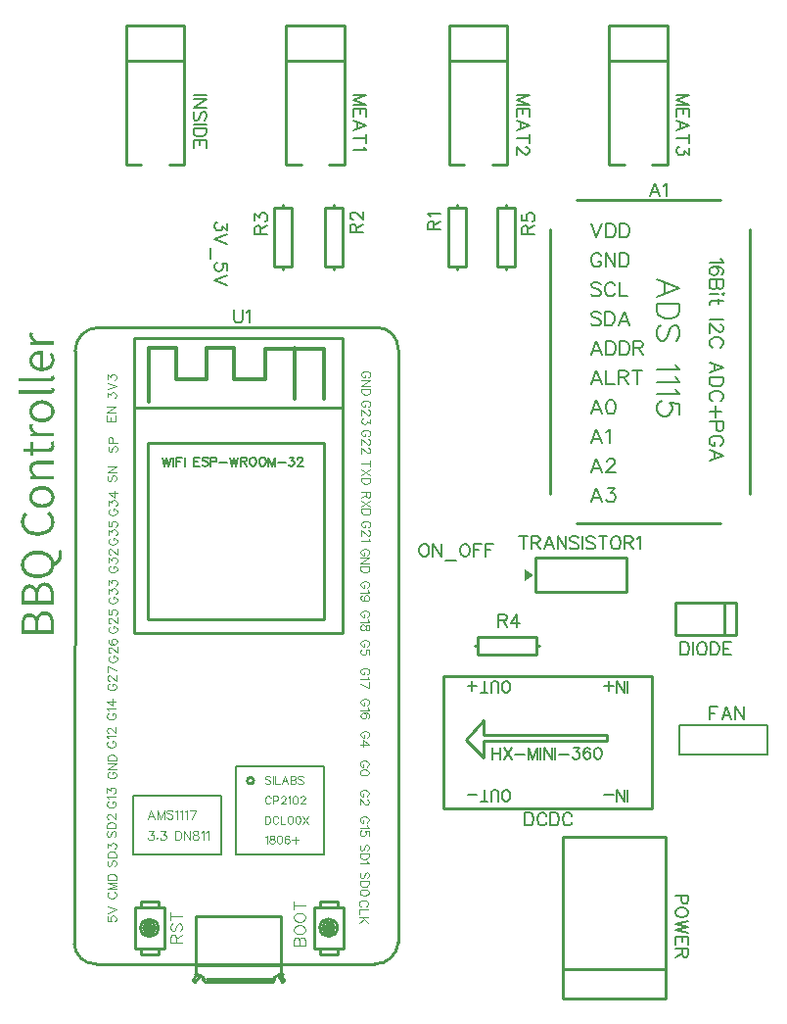
<source format=gto>
G04 Layer: TopSilkLayer*
G04 EasyEDA v6.4.19.5, 2021-06-22T13:22:06+02:00*
G04 8d010e87a7914041b3697a5a1e0c44dd,1767a0bbb58a490299b52c1c45d7117c,10*
G04 Gerber Generator version 0.2*
G04 Scale: 100 percent, Rotated: No, Reflected: No *
G04 Dimensions in millimeters *
G04 leading zeros omitted , absolute positions ,4 integer and 5 decimal *
%FSLAX45Y45*%
%MOMM*%

%ADD10C,0.2540*%
%ADD20C,0.2032*%
%ADD21C,0.2030*%
%ADD22C,0.2997*%
%ADD23C,0.1540*%
%ADD24C,0.1524*%
%ADD25C,0.2000*%
%ADD26C,0.1000*%
%ADD27C,0.1030*%

%LPD*%
G36*
X199898Y-2349500D02*
G01*
X197815Y-2354580D01*
X196392Y-2359660D01*
X195580Y-2365146D01*
X195326Y-2371344D01*
X195681Y-2377084D01*
X196697Y-2382723D01*
X198374Y-2388209D01*
X200710Y-2393594D01*
X203606Y-2398826D01*
X207111Y-2403856D01*
X211124Y-2408732D01*
X215696Y-2413355D01*
X220725Y-2417775D01*
X226212Y-2421940D01*
X232156Y-2425852D01*
X238506Y-2429510D01*
X238506Y-2430780D01*
X200660Y-2433828D01*
X200660Y-2458974D01*
X406400Y-2458974D01*
X406400Y-2427986D01*
X272288Y-2427986D01*
X263804Y-2424328D01*
X256235Y-2420416D01*
X249580Y-2416302D01*
X243738Y-2411984D01*
X238709Y-2407513D01*
X234492Y-2402890D01*
X230987Y-2398217D01*
X228193Y-2393543D01*
X226110Y-2388819D01*
X224637Y-2384196D01*
X223774Y-2379624D01*
X223520Y-2375154D01*
X223723Y-2369616D01*
X224332Y-2364892D01*
X225348Y-2360422D01*
X226821Y-2355596D01*
G37*
G36*
X291846Y-2511044D02*
G01*
X284480Y-2511196D01*
X277418Y-2511653D01*
X270560Y-2512415D01*
X263956Y-2513482D01*
X257657Y-2514854D01*
X251561Y-2516479D01*
X245821Y-2518410D01*
X240284Y-2520645D01*
X235051Y-2523185D01*
X230174Y-2525928D01*
X225501Y-2529027D01*
X221183Y-2532329D01*
X217170Y-2535936D01*
X213512Y-2539796D01*
X210108Y-2543962D01*
X207060Y-2548331D01*
X204368Y-2552954D01*
X202031Y-2557881D01*
X199999Y-2563012D01*
X198323Y-2568397D01*
X197002Y-2574036D01*
X196088Y-2579878D01*
X195529Y-2585974D01*
X195342Y-2591816D01*
X220471Y-2591816D01*
X220725Y-2585669D01*
X221538Y-2579878D01*
X222910Y-2574442D01*
X224790Y-2569311D01*
X227177Y-2564587D01*
X230124Y-2560218D01*
X233578Y-2556205D01*
X237540Y-2552547D01*
X242011Y-2549347D01*
X246989Y-2546502D01*
X252526Y-2544114D01*
X258521Y-2542082D01*
X265023Y-2540508D01*
X272034Y-2539390D01*
X279552Y-2538730D01*
X287528Y-2538476D01*
X287528Y-2653538D01*
X279806Y-2652522D01*
X272542Y-2650947D01*
X265684Y-2648966D01*
X259283Y-2646476D01*
X253288Y-2643581D01*
X247802Y-2640279D01*
X242722Y-2636570D01*
X238201Y-2632557D01*
X234137Y-2628290D01*
X230581Y-2623667D01*
X227533Y-2618841D01*
X225044Y-2613761D01*
X223062Y-2608478D01*
X221640Y-2603042D01*
X220776Y-2597505D01*
X220471Y-2591816D01*
X195342Y-2591816D01*
X195478Y-2597353D01*
X195935Y-2602382D01*
X196748Y-2607360D01*
X197815Y-2612288D01*
X199186Y-2617114D01*
X200863Y-2621889D01*
X205079Y-2631186D01*
X207619Y-2635656D01*
X213512Y-2644190D01*
X216865Y-2648254D01*
X220522Y-2652166D01*
X224383Y-2655874D01*
X228498Y-2659430D01*
X237540Y-2665984D01*
X242417Y-2668930D01*
X247497Y-2671622D01*
X252882Y-2674112D01*
X258419Y-2676347D01*
X264261Y-2678328D01*
X270256Y-2680004D01*
X276504Y-2681427D01*
X282956Y-2682544D01*
X289610Y-2683357D01*
X296468Y-2683865D01*
X303530Y-2684018D01*
X310692Y-2683865D01*
X317652Y-2683357D01*
X324358Y-2682544D01*
X330860Y-2681478D01*
X337159Y-2680055D01*
X343204Y-2678379D01*
X348996Y-2676398D01*
X354584Y-2674162D01*
X359918Y-2671622D01*
X365048Y-2668879D01*
X369874Y-2665882D01*
X374497Y-2662682D01*
X378866Y-2659227D01*
X386791Y-2651658D01*
X390347Y-2647594D01*
X393649Y-2643327D01*
X396697Y-2638856D01*
X399440Y-2634234D01*
X401929Y-2629458D01*
X404164Y-2624531D01*
X406095Y-2619451D01*
X407720Y-2614269D01*
X409041Y-2608935D01*
X410108Y-2603449D01*
X410870Y-2597912D01*
X411327Y-2592222D01*
X411480Y-2586482D01*
X411276Y-2579522D01*
X410718Y-2572867D01*
X409803Y-2566466D01*
X408533Y-2560320D01*
X407009Y-2554478D01*
X405231Y-2548839D01*
X403199Y-2543403D01*
X398526Y-2533192D01*
X393192Y-2523693D01*
X390398Y-2519172D01*
X369824Y-2530602D01*
X373532Y-2536393D01*
X376834Y-2542336D01*
X379730Y-2548483D01*
X382117Y-2554833D01*
X384048Y-2561386D01*
X385419Y-2568194D01*
X386283Y-2575306D01*
X386588Y-2582672D01*
X386384Y-2588717D01*
X385673Y-2594610D01*
X384606Y-2600198D01*
X383032Y-2605633D01*
X381101Y-2610764D01*
X378764Y-2615692D01*
X376021Y-2620314D01*
X372922Y-2624734D01*
X369468Y-2628849D01*
X365607Y-2632659D01*
X361442Y-2636164D01*
X356971Y-2639415D01*
X352145Y-2642311D01*
X347014Y-2644902D01*
X341579Y-2647188D01*
X335889Y-2649118D01*
X329895Y-2650693D01*
X323646Y-2651912D01*
X317144Y-2652776D01*
X310388Y-2653284D01*
X310388Y-2512568D01*
X301904Y-2511399D01*
G37*
G36*
X408686Y-2722118D02*
G01*
X384556Y-2726690D01*
X385419Y-2731058D01*
X385572Y-2734056D01*
X384759Y-2737764D01*
X382168Y-2740761D01*
X377647Y-2742742D01*
X371094Y-2743454D01*
X103124Y-2743454D01*
X103124Y-2774442D01*
X368554Y-2774442D01*
X375158Y-2774238D01*
X381254Y-2773578D01*
X386842Y-2772511D01*
X391871Y-2770987D01*
X396392Y-2769006D01*
X400304Y-2766517D01*
X403656Y-2763570D01*
X406450Y-2760116D01*
X408635Y-2756103D01*
X410209Y-2751582D01*
X411175Y-2746552D01*
X411480Y-2740914D01*
X411276Y-2734919D01*
X410667Y-2730093D01*
G37*
G36*
X408686Y-2828544D02*
G01*
X384556Y-2833116D01*
X385419Y-2837434D01*
X385572Y-2840228D01*
X384759Y-2843987D01*
X382168Y-2847035D01*
X377647Y-2849118D01*
X371094Y-2849880D01*
X103124Y-2849880D01*
X103124Y-2880614D01*
X368554Y-2880614D01*
X375158Y-2880410D01*
X381254Y-2879750D01*
X386842Y-2878683D01*
X391871Y-2877159D01*
X396392Y-2875178D01*
X400304Y-2872689D01*
X403656Y-2869742D01*
X406450Y-2866288D01*
X408635Y-2862275D01*
X410209Y-2857754D01*
X411175Y-2852724D01*
X411480Y-2847086D01*
X411276Y-2841244D01*
X410667Y-2836367D01*
G37*
G36*
X303530Y-2936748D02*
G01*
X296316Y-2936900D01*
X289306Y-2937408D01*
X282498Y-2938221D01*
X275945Y-2939338D01*
X269646Y-2940761D01*
X263550Y-2942488D01*
X257708Y-2944469D01*
X252069Y-2946755D01*
X246735Y-2949244D01*
X241604Y-2951988D01*
X236778Y-2954985D01*
X232156Y-2958185D01*
X227787Y-2961640D01*
X223723Y-2965246D01*
X219862Y-2969107D01*
X216306Y-2973070D01*
X213004Y-2977286D01*
X210007Y-2981604D01*
X207264Y-2986074D01*
X204774Y-2990697D01*
X202590Y-2995472D01*
X200660Y-3000349D01*
X199034Y-3005328D01*
X197713Y-3010408D01*
X196697Y-3015589D01*
X195935Y-3020822D01*
X195478Y-3026105D01*
X195326Y-3031490D01*
X221488Y-3031490D01*
X221742Y-3026054D01*
X222453Y-3020771D01*
X223672Y-3015691D01*
X225348Y-3010814D01*
X227431Y-3006140D01*
X229971Y-3001721D01*
X232968Y-2997454D01*
X236321Y-2993491D01*
X240080Y-2989783D01*
X244246Y-2986328D01*
X248716Y-2983128D01*
X253593Y-2980232D01*
X258775Y-2977642D01*
X264312Y-2975356D01*
X270154Y-2973374D01*
X276250Y-2971749D01*
X282702Y-2970428D01*
X289407Y-2969514D01*
X296316Y-2968955D01*
X303530Y-2968752D01*
X310794Y-2968955D01*
X317804Y-2969514D01*
X324510Y-2970428D01*
X330962Y-2971749D01*
X337159Y-2973374D01*
X343001Y-2975356D01*
X348488Y-2977642D01*
X353720Y-2980232D01*
X358546Y-2983128D01*
X363016Y-2986328D01*
X367131Y-2989783D01*
X370890Y-2993491D01*
X374243Y-2997454D01*
X377139Y-3001721D01*
X379679Y-3006140D01*
X381762Y-3010814D01*
X383438Y-3015691D01*
X384606Y-3020771D01*
X385318Y-3026054D01*
X385572Y-3031490D01*
X385318Y-3036976D01*
X384606Y-3042259D01*
X383438Y-3047339D01*
X381762Y-3052216D01*
X379679Y-3056890D01*
X377139Y-3061360D01*
X374243Y-3065526D01*
X370890Y-3069488D01*
X367131Y-3073196D01*
X363016Y-3076651D01*
X358546Y-3079800D01*
X353720Y-3082645D01*
X348488Y-3085236D01*
X343001Y-3087471D01*
X337159Y-3089402D01*
X330962Y-3091027D01*
X324510Y-3092297D01*
X317804Y-3093212D01*
X310794Y-3093770D01*
X303530Y-3093974D01*
X296316Y-3093770D01*
X289407Y-3093212D01*
X282702Y-3092297D01*
X276250Y-3091027D01*
X270154Y-3089402D01*
X264312Y-3087471D01*
X258775Y-3085236D01*
X253593Y-3082645D01*
X248716Y-3079800D01*
X244246Y-3076651D01*
X240080Y-3073196D01*
X236321Y-3069488D01*
X232968Y-3065526D01*
X229971Y-3061360D01*
X227431Y-3056890D01*
X225348Y-3052216D01*
X223672Y-3047339D01*
X222453Y-3042259D01*
X221742Y-3036976D01*
X221488Y-3031490D01*
X195326Y-3031490D01*
X195478Y-3036874D01*
X195935Y-3042158D01*
X196697Y-3047390D01*
X197713Y-3052572D01*
X199034Y-3057652D01*
X200660Y-3062630D01*
X204774Y-3072231D01*
X207264Y-3076854D01*
X210007Y-3081324D01*
X213004Y-3085642D01*
X216306Y-3089808D01*
X219862Y-3093770D01*
X223723Y-3097580D01*
X227787Y-3101187D01*
X232156Y-3104642D01*
X236778Y-3107842D01*
X241604Y-3110788D01*
X246735Y-3113532D01*
X252069Y-3116021D01*
X257708Y-3118307D01*
X263550Y-3120288D01*
X269646Y-3121964D01*
X275945Y-3123387D01*
X282498Y-3124504D01*
X289306Y-3125317D01*
X296316Y-3125825D01*
X303530Y-3125978D01*
X310743Y-3125825D01*
X317703Y-3125317D01*
X324510Y-3124504D01*
X331012Y-3123387D01*
X337312Y-3121964D01*
X343408Y-3120288D01*
X349199Y-3118307D01*
X354787Y-3116021D01*
X360172Y-3113532D01*
X365252Y-3110788D01*
X370128Y-3107842D01*
X374700Y-3104642D01*
X383133Y-3097580D01*
X386943Y-3093770D01*
X390499Y-3089808D01*
X393801Y-3085642D01*
X396798Y-3081324D01*
X399542Y-3076854D01*
X402031Y-3072231D01*
X406146Y-3062630D01*
X407771Y-3057652D01*
X409092Y-3052572D01*
X410108Y-3047390D01*
X410870Y-3042158D01*
X411327Y-3036874D01*
X411480Y-3031490D01*
X411327Y-3026105D01*
X410870Y-3020822D01*
X410108Y-3015589D01*
X409092Y-3010408D01*
X407771Y-3005328D01*
X406146Y-3000349D01*
X404215Y-2995472D01*
X402031Y-2990697D01*
X399542Y-2986074D01*
X396798Y-2981604D01*
X393801Y-2977286D01*
X390499Y-2973070D01*
X386943Y-2969107D01*
X383133Y-2965246D01*
X374700Y-2958185D01*
X370128Y-2954985D01*
X365252Y-2951988D01*
X360172Y-2949244D01*
X354787Y-2946755D01*
X349199Y-2944469D01*
X343408Y-2942488D01*
X337312Y-2940761D01*
X331012Y-2939338D01*
X324510Y-2938221D01*
X317703Y-2937408D01*
X310743Y-2936900D01*
G37*
G36*
X199898Y-3140964D02*
G01*
X197815Y-3145993D01*
X196392Y-3151073D01*
X195580Y-3156508D01*
X195326Y-3162554D01*
X195681Y-3168345D01*
X196697Y-3173984D01*
X198374Y-3179521D01*
X200710Y-3184906D01*
X203606Y-3190138D01*
X207111Y-3195218D01*
X211124Y-3200044D01*
X215696Y-3204718D01*
X220725Y-3209137D01*
X226212Y-3213354D01*
X232156Y-3217265D01*
X238506Y-3220974D01*
X238506Y-3221990D01*
X200660Y-3225038D01*
X200660Y-3250184D01*
X406400Y-3250184D01*
X406400Y-3219450D01*
X272288Y-3219450D01*
X263804Y-3215741D01*
X256235Y-3211779D01*
X249580Y-3207613D01*
X243738Y-3203244D01*
X238709Y-3198774D01*
X234492Y-3194151D01*
X230987Y-3189478D01*
X228193Y-3184753D01*
X226110Y-3180029D01*
X224637Y-3175406D01*
X223774Y-3170834D01*
X223520Y-3166364D01*
X223723Y-3160979D01*
X224332Y-3156356D01*
X225348Y-3151886D01*
X226821Y-3147060D01*
G37*
G36*
X403606Y-3291840D02*
G01*
X380238Y-3297936D01*
X382371Y-3303473D01*
X384149Y-3309569D01*
X385368Y-3315817D01*
X385826Y-3321812D01*
X385521Y-3327704D01*
X384556Y-3332886D01*
X383032Y-3337407D01*
X380949Y-3341319D01*
X378256Y-3344621D01*
X375056Y-3347415D01*
X371348Y-3349650D01*
X367080Y-3351428D01*
X362356Y-3352749D01*
X357174Y-3353663D01*
X351536Y-3354171D01*
X345440Y-3354324D01*
X226314Y-3354324D01*
X226314Y-3297428D01*
X200660Y-3297428D01*
X200660Y-3354324D01*
X142494Y-3354324D01*
X142494Y-3380232D01*
X200660Y-3384042D01*
X202438Y-3416300D01*
X226314Y-3416300D01*
X226314Y-3385058D01*
X344170Y-3385058D01*
X351536Y-3384905D01*
X358597Y-3384397D01*
X365302Y-3383534D01*
X371602Y-3382264D01*
X377545Y-3380587D01*
X383082Y-3378454D01*
X388213Y-3375863D01*
X392887Y-3372815D01*
X397052Y-3369259D01*
X400761Y-3365195D01*
X403961Y-3360572D01*
X406603Y-3355390D01*
X408686Y-3349599D01*
X410209Y-3343198D01*
X411175Y-3336137D01*
X411480Y-3328415D01*
X410819Y-3319475D01*
X409092Y-3310128D01*
X406552Y-3300780D01*
G37*
G36*
X275844Y-3459734D02*
G01*
X268122Y-3459886D01*
X260756Y-3460343D01*
X253796Y-3461105D01*
X247192Y-3462121D01*
X240995Y-3463493D01*
X235153Y-3465169D01*
X229717Y-3467150D01*
X224688Y-3469487D01*
X220014Y-3472078D01*
X215747Y-3475024D01*
X211937Y-3478326D01*
X208432Y-3481882D01*
X205384Y-3485845D01*
X202742Y-3490061D01*
X200456Y-3494684D01*
X198628Y-3499612D01*
X197205Y-3504844D01*
X196138Y-3510483D01*
X195529Y-3516426D01*
X195326Y-3522726D01*
X195630Y-3529634D01*
X196596Y-3536289D01*
X198120Y-3542690D01*
X200202Y-3548837D01*
X202742Y-3554780D01*
X205790Y-3560521D01*
X209194Y-3566109D01*
X212953Y-3571544D01*
X217068Y-3576828D01*
X221437Y-3582009D01*
X230886Y-3592068D01*
X230886Y-3593084D01*
X200660Y-3596132D01*
X200660Y-3621278D01*
X406400Y-3621278D01*
X406400Y-3590544D01*
X255778Y-3590544D01*
X245617Y-3580282D01*
X241249Y-3575405D01*
X237337Y-3570630D01*
X233883Y-3565956D01*
X230835Y-3561283D01*
X228295Y-3556660D01*
X226212Y-3551936D01*
X224586Y-3547160D01*
X223418Y-3542233D01*
X222758Y-3537153D01*
X222504Y-3531870D01*
X222707Y-3526688D01*
X223316Y-3521862D01*
X224383Y-3517442D01*
X225856Y-3513378D01*
X227787Y-3509670D01*
X230124Y-3506317D01*
X232968Y-3503320D01*
X236220Y-3500678D01*
X239928Y-3498342D01*
X244144Y-3496360D01*
X248818Y-3494684D01*
X254000Y-3493312D01*
X259689Y-3492296D01*
X265836Y-3491534D01*
X272491Y-3491128D01*
X279654Y-3490976D01*
X406400Y-3490976D01*
X406400Y-3459734D01*
G37*
G36*
X303530Y-3677412D02*
G01*
X296316Y-3677564D01*
X289306Y-3678072D01*
X282498Y-3678885D01*
X275945Y-3680002D01*
X269646Y-3681425D01*
X263550Y-3683152D01*
X257708Y-3685133D01*
X252069Y-3687419D01*
X246735Y-3689908D01*
X241604Y-3692651D01*
X236778Y-3695649D01*
X232156Y-3698849D01*
X227787Y-3702304D01*
X223723Y-3705910D01*
X219862Y-3709771D01*
X216306Y-3713734D01*
X213004Y-3717950D01*
X210007Y-3722268D01*
X207264Y-3726738D01*
X204774Y-3731361D01*
X202590Y-3736136D01*
X200660Y-3741013D01*
X199034Y-3745992D01*
X197713Y-3751072D01*
X196697Y-3756253D01*
X195935Y-3761486D01*
X195478Y-3766769D01*
X195326Y-3772154D01*
X221488Y-3772154D01*
X221742Y-3766718D01*
X222453Y-3761435D01*
X223672Y-3756355D01*
X225348Y-3751478D01*
X227431Y-3746804D01*
X229971Y-3742385D01*
X232968Y-3738118D01*
X236321Y-3734155D01*
X240080Y-3730447D01*
X244246Y-3726992D01*
X248716Y-3723792D01*
X253593Y-3720896D01*
X258775Y-3718306D01*
X264312Y-3716020D01*
X270154Y-3714038D01*
X276250Y-3712413D01*
X282702Y-3711092D01*
X289407Y-3710178D01*
X296316Y-3709619D01*
X303530Y-3709415D01*
X310794Y-3709619D01*
X317804Y-3710178D01*
X324510Y-3711092D01*
X330962Y-3712413D01*
X337159Y-3714038D01*
X343001Y-3716020D01*
X348488Y-3718306D01*
X353720Y-3720896D01*
X358546Y-3723792D01*
X363016Y-3726992D01*
X367131Y-3730447D01*
X370890Y-3734155D01*
X374243Y-3738118D01*
X377139Y-3742385D01*
X379679Y-3746804D01*
X381762Y-3751478D01*
X383438Y-3756355D01*
X384606Y-3761435D01*
X385318Y-3766718D01*
X385572Y-3772154D01*
X385318Y-3777640D01*
X384606Y-3782923D01*
X383438Y-3788003D01*
X381762Y-3792880D01*
X379679Y-3797554D01*
X377139Y-3802024D01*
X374243Y-3806190D01*
X370890Y-3810152D01*
X367131Y-3813860D01*
X363016Y-3817315D01*
X358546Y-3820464D01*
X353720Y-3823309D01*
X348488Y-3825900D01*
X343001Y-3828135D01*
X337159Y-3830065D01*
X330962Y-3831691D01*
X324510Y-3832961D01*
X317804Y-3833876D01*
X310794Y-3834434D01*
X303530Y-3834637D01*
X296316Y-3834434D01*
X289407Y-3833876D01*
X282702Y-3832961D01*
X276250Y-3831691D01*
X270154Y-3830065D01*
X264312Y-3828135D01*
X258775Y-3825900D01*
X253593Y-3823309D01*
X248716Y-3820464D01*
X244246Y-3817315D01*
X240080Y-3813860D01*
X236321Y-3810152D01*
X232968Y-3806190D01*
X229971Y-3802024D01*
X227431Y-3797554D01*
X225348Y-3792880D01*
X223672Y-3788003D01*
X222453Y-3782923D01*
X221742Y-3777640D01*
X221488Y-3772154D01*
X195326Y-3772154D01*
X195478Y-3777538D01*
X195935Y-3782822D01*
X196697Y-3788054D01*
X197713Y-3793236D01*
X199034Y-3798315D01*
X200660Y-3803294D01*
X204774Y-3812895D01*
X207264Y-3817518D01*
X210007Y-3821988D01*
X213004Y-3826306D01*
X216306Y-3830472D01*
X219862Y-3834434D01*
X223723Y-3838244D01*
X227787Y-3841851D01*
X232156Y-3845306D01*
X236778Y-3848506D01*
X241604Y-3851452D01*
X246735Y-3854196D01*
X252069Y-3856685D01*
X257708Y-3858971D01*
X263550Y-3860952D01*
X269646Y-3862628D01*
X275945Y-3864051D01*
X282498Y-3865168D01*
X289306Y-3865981D01*
X296316Y-3866489D01*
X303530Y-3866642D01*
X310743Y-3866489D01*
X317703Y-3865981D01*
X324510Y-3865168D01*
X331012Y-3864051D01*
X337312Y-3862628D01*
X343408Y-3860952D01*
X349199Y-3858971D01*
X354787Y-3856685D01*
X360172Y-3854196D01*
X365252Y-3851452D01*
X370128Y-3848506D01*
X374700Y-3845306D01*
X383133Y-3838244D01*
X386943Y-3834434D01*
X390499Y-3830472D01*
X393801Y-3826306D01*
X396798Y-3821988D01*
X399542Y-3817518D01*
X402031Y-3812895D01*
X406146Y-3803294D01*
X407771Y-3798315D01*
X409092Y-3793236D01*
X410108Y-3788054D01*
X410870Y-3782822D01*
X411327Y-3777538D01*
X411480Y-3772154D01*
X411327Y-3766769D01*
X410870Y-3761486D01*
X410108Y-3756253D01*
X409092Y-3751072D01*
X407771Y-3745992D01*
X406146Y-3741013D01*
X404215Y-3736136D01*
X402031Y-3731361D01*
X399542Y-3726738D01*
X396798Y-3722268D01*
X393801Y-3717950D01*
X390499Y-3713734D01*
X386943Y-3709771D01*
X383133Y-3705910D01*
X374700Y-3698849D01*
X370128Y-3695649D01*
X365252Y-3692651D01*
X360172Y-3689908D01*
X354787Y-3687419D01*
X349199Y-3685133D01*
X343408Y-3683152D01*
X337312Y-3681425D01*
X331012Y-3680002D01*
X324510Y-3678885D01*
X317703Y-3678072D01*
X310743Y-3677564D01*
G37*
G36*
X371348Y-3901186D02*
G01*
X351536Y-3918712D01*
X356463Y-3923284D01*
X361035Y-3927957D01*
X365201Y-3932783D01*
X368960Y-3937762D01*
X372313Y-3942892D01*
X375259Y-3948176D01*
X377748Y-3953662D01*
X379831Y-3959351D01*
X381457Y-3965295D01*
X382574Y-3971442D01*
X383286Y-3977843D01*
X383540Y-3984498D01*
X383387Y-3990289D01*
X382879Y-3995928D01*
X382016Y-4001414D01*
X380847Y-4006697D01*
X379323Y-4011828D01*
X377494Y-4016806D01*
X375361Y-4021582D01*
X372872Y-4026154D01*
X370128Y-4030573D01*
X367080Y-4034790D01*
X363728Y-4038803D01*
X360070Y-4042613D01*
X356108Y-4046220D01*
X351942Y-4049623D01*
X347421Y-4052874D01*
X342646Y-4055821D01*
X337616Y-4058615D01*
X332333Y-4061155D01*
X326796Y-4063492D01*
X321005Y-4065574D01*
X314960Y-4067454D01*
X308660Y-4069079D01*
X302158Y-4070451D01*
X288442Y-4072483D01*
X281228Y-4073144D01*
X266192Y-4073651D01*
X258622Y-4073499D01*
X251256Y-4073093D01*
X244144Y-4072432D01*
X237236Y-4071518D01*
X224078Y-4068876D01*
X217881Y-4067200D01*
X211886Y-4065270D01*
X206197Y-4063136D01*
X195478Y-4058107D01*
X190550Y-4055262D01*
X185826Y-4052214D01*
X181406Y-4048912D01*
X177292Y-4045458D01*
X173380Y-4041749D01*
X169824Y-4037837D01*
X166522Y-4033774D01*
X163525Y-4029506D01*
X160782Y-4025036D01*
X158394Y-4020413D01*
X156311Y-4015587D01*
X154482Y-4010609D01*
X153009Y-4005427D01*
X151892Y-4000093D01*
X151028Y-3994658D01*
X150520Y-3989019D01*
X150368Y-3983228D01*
X150571Y-3977233D01*
X151231Y-3971493D01*
X152298Y-3965956D01*
X153720Y-3960622D01*
X155549Y-3955491D01*
X157683Y-3950563D01*
X160223Y-3945890D01*
X163017Y-3941419D01*
X166116Y-3937152D01*
X169519Y-3933088D01*
X173126Y-3929227D01*
X177038Y-3925570D01*
X156464Y-3908044D01*
X152095Y-3912260D01*
X147878Y-3916883D01*
X143764Y-3921861D01*
X139852Y-3927297D01*
X136194Y-3933037D01*
X132892Y-3939235D01*
X129895Y-3945737D01*
X127355Y-3952646D01*
X125272Y-3959910D01*
X123748Y-3967530D01*
X122783Y-3975455D01*
X122428Y-3983736D01*
X122935Y-3995267D01*
X123545Y-4000906D01*
X125577Y-4011879D01*
X128524Y-4022445D01*
X130352Y-4027525D01*
X134721Y-4037380D01*
X140004Y-4046677D01*
X146202Y-4055465D01*
X149606Y-4059631D01*
X157124Y-4067505D01*
X165404Y-4074769D01*
X174548Y-4081322D01*
X179425Y-4084370D01*
X189738Y-4089857D01*
X195173Y-4092346D01*
X200812Y-4094632D01*
X212648Y-4098594D01*
X225196Y-4101744D01*
X231749Y-4103014D01*
X245313Y-4104843D01*
X252374Y-4105452D01*
X259588Y-4105808D01*
X274421Y-4105808D01*
X281686Y-4105452D01*
X295706Y-4104081D01*
X302463Y-4103065D01*
X315468Y-4100372D01*
X327660Y-4096867D01*
X339140Y-4092549D01*
X349859Y-4087520D01*
X354939Y-4084726D01*
X364439Y-4078579D01*
X373126Y-4071772D01*
X381000Y-4064355D01*
X384606Y-4060393D01*
X391160Y-4052062D01*
X396849Y-4043172D01*
X401624Y-4033774D01*
X405485Y-4023918D01*
X407060Y-4018787D01*
X409498Y-4008272D01*
X410362Y-4002836D01*
X411378Y-3991711D01*
X411327Y-3979367D01*
X410819Y-3972915D01*
X409956Y-3966667D01*
X408838Y-3960571D01*
X407314Y-3954729D01*
X405536Y-3949039D01*
X403453Y-3943502D01*
X401015Y-3938168D01*
X398322Y-3932986D01*
X395325Y-3928008D01*
X392023Y-3923182D01*
X388416Y-3918458D01*
X384556Y-3913936D01*
X380441Y-3909568D01*
X376021Y-3905300D01*
G37*
G36*
X469646Y-4230878D02*
G01*
X444754Y-4236974D01*
X446227Y-4242866D01*
X447446Y-4249521D01*
X448259Y-4257192D01*
X448564Y-4265930D01*
X448411Y-4271721D01*
X447954Y-4277360D01*
X447243Y-4282897D01*
X446176Y-4288231D01*
X444804Y-4293412D01*
X443179Y-4298391D01*
X441248Y-4303217D01*
X438962Y-4307789D01*
X436422Y-4312208D01*
X433578Y-4316323D01*
X430377Y-4320235D01*
X426923Y-4323892D01*
X423164Y-4327296D01*
X419049Y-4330395D01*
X414680Y-4333240D01*
X409956Y-4335780D01*
X408990Y-4330242D01*
X407720Y-4324858D01*
X404469Y-4314444D01*
X400202Y-4304487D01*
X397713Y-4299712D01*
X392023Y-4290618D01*
X388823Y-4286300D01*
X385368Y-4282084D01*
X377850Y-4274210D01*
X369417Y-4266946D01*
X360172Y-4260392D01*
X350062Y-4254500D01*
X339140Y-4249420D01*
X333400Y-4247134D01*
X321360Y-4243171D01*
X308508Y-4240072D01*
X294995Y-4237786D01*
X280822Y-4236415D01*
X273456Y-4236059D01*
X258622Y-4236059D01*
X244449Y-4236974D01*
X230936Y-4238701D01*
X224434Y-4239869D01*
X211988Y-4242866D01*
X205994Y-4244644D01*
X200202Y-4246626D01*
X189230Y-4251147D01*
X183997Y-4253687D01*
X174142Y-4259326D01*
X169519Y-4262374D01*
X160832Y-4269028D01*
X153009Y-4276293D01*
X145999Y-4284167D01*
X139903Y-4292650D01*
X134620Y-4301642D01*
X132334Y-4306366D01*
X128473Y-4316171D01*
X125526Y-4326432D01*
X124409Y-4331766D01*
X123545Y-4337202D01*
X122529Y-4348327D01*
X122428Y-4354068D01*
X150368Y-4354068D01*
X150520Y-4348581D01*
X151028Y-4343247D01*
X151892Y-4338066D01*
X153009Y-4332986D01*
X154482Y-4328109D01*
X156311Y-4323384D01*
X158394Y-4318812D01*
X160782Y-4314393D01*
X163525Y-4310176D01*
X166522Y-4306112D01*
X169824Y-4302201D01*
X173380Y-4298543D01*
X177241Y-4295038D01*
X181406Y-4291736D01*
X185826Y-4288586D01*
X190500Y-4285691D01*
X195427Y-4282998D01*
X200660Y-4280509D01*
X206095Y-4278223D01*
X211836Y-4276191D01*
X217779Y-4274362D01*
X223977Y-4272737D01*
X230378Y-4271365D01*
X237083Y-4270248D01*
X251053Y-4268724D01*
X265938Y-4268216D01*
X281076Y-4268724D01*
X295402Y-4270248D01*
X302260Y-4271365D01*
X308813Y-4272737D01*
X315214Y-4274362D01*
X321310Y-4276191D01*
X327202Y-4278223D01*
X332841Y-4280509D01*
X338226Y-4282998D01*
X343306Y-4285691D01*
X348183Y-4288586D01*
X352755Y-4291736D01*
X357022Y-4295038D01*
X361035Y-4298543D01*
X364794Y-4302201D01*
X368198Y-4306112D01*
X371348Y-4310176D01*
X374142Y-4314393D01*
X376682Y-4318812D01*
X378866Y-4323384D01*
X380746Y-4328109D01*
X382270Y-4332986D01*
X383489Y-4338066D01*
X384352Y-4343247D01*
X384911Y-4348581D01*
X385064Y-4354068D01*
X384911Y-4359503D01*
X384352Y-4364786D01*
X383489Y-4369968D01*
X382270Y-4374946D01*
X380746Y-4379823D01*
X378866Y-4384497D01*
X376682Y-4389069D01*
X374142Y-4393438D01*
X371348Y-4397654D01*
X368198Y-4401667D01*
X364794Y-4405528D01*
X361035Y-4409186D01*
X357022Y-4412691D01*
X352755Y-4415993D01*
X348183Y-4419092D01*
X343306Y-4421987D01*
X338226Y-4424680D01*
X332841Y-4427169D01*
X321310Y-4431487D01*
X315214Y-4433316D01*
X302260Y-4436262D01*
X295402Y-4437380D01*
X281076Y-4438904D01*
X265938Y-4439412D01*
X251053Y-4438904D01*
X237083Y-4437380D01*
X230378Y-4436262D01*
X217779Y-4433316D01*
X211836Y-4431487D01*
X200660Y-4427169D01*
X195427Y-4424680D01*
X190500Y-4421987D01*
X185826Y-4419092D01*
X181406Y-4415993D01*
X177241Y-4412691D01*
X173380Y-4409186D01*
X169824Y-4405528D01*
X166522Y-4401667D01*
X163525Y-4397654D01*
X160782Y-4393438D01*
X158394Y-4389069D01*
X156311Y-4384497D01*
X154482Y-4379823D01*
X153009Y-4374946D01*
X151892Y-4369968D01*
X151028Y-4364786D01*
X150520Y-4359503D01*
X150368Y-4354068D01*
X122428Y-4354068D01*
X122529Y-4359757D01*
X123545Y-4370832D01*
X124409Y-4376216D01*
X125526Y-4381500D01*
X128473Y-4391710D01*
X130302Y-4396689D01*
X134620Y-4406188D01*
X139903Y-4415129D01*
X142849Y-4419447D01*
X145999Y-4423562D01*
X153009Y-4431436D01*
X160832Y-4438700D01*
X169519Y-4445304D01*
X178968Y-4451248D01*
X189230Y-4456480D01*
X200202Y-4461002D01*
X205994Y-4462983D01*
X218135Y-4466336D01*
X224434Y-4467758D01*
X237591Y-4469892D01*
X251460Y-4471212D01*
X258622Y-4471568D01*
X273558Y-4471568D01*
X280974Y-4471212D01*
X295351Y-4469790D01*
X309067Y-4467453D01*
X315620Y-4465980D01*
X328168Y-4462322D01*
X334162Y-4460240D01*
X339953Y-4457903D01*
X350977Y-4452670D01*
X361137Y-4446676D01*
X370433Y-4439920D01*
X374751Y-4436313D01*
X378866Y-4432503D01*
X386384Y-4424426D01*
X389788Y-4420158D01*
X395884Y-4411116D01*
X398576Y-4406392D01*
X401015Y-4401515D01*
X403199Y-4396536D01*
X405130Y-4391355D01*
X406806Y-4386122D01*
X409346Y-4375200D01*
X410209Y-4369562D01*
X415798Y-4367123D01*
X421233Y-4364431D01*
X426466Y-4361434D01*
X431546Y-4358132D01*
X436372Y-4354576D01*
X440994Y-4350715D01*
X445414Y-4346600D01*
X449529Y-4342231D01*
X453440Y-4337608D01*
X457047Y-4332681D01*
X460349Y-4327499D01*
X463397Y-4322064D01*
X466140Y-4316374D01*
X468528Y-4310380D01*
X470611Y-4304182D01*
X472338Y-4297730D01*
X473709Y-4291025D01*
X474675Y-4284116D01*
X475284Y-4276902D01*
X475488Y-4269486D01*
X475386Y-4263542D01*
X474421Y-4252366D01*
X472846Y-4242460D01*
X470763Y-4234230D01*
G37*
G36*
X324866Y-4511294D02*
G01*
X317906Y-4511548D01*
X311302Y-4512360D01*
X305104Y-4513681D01*
X299262Y-4515510D01*
X293776Y-4517796D01*
X288645Y-4520590D01*
X283921Y-4523790D01*
X279552Y-4527397D01*
X275539Y-4531410D01*
X271881Y-4535830D01*
X268630Y-4540554D01*
X265734Y-4545685D01*
X263194Y-4551121D01*
X261010Y-4556861D01*
X259232Y-4562906D01*
X257810Y-4569206D01*
X256286Y-4569206D01*
X253746Y-4562805D01*
X250647Y-4556861D01*
X246989Y-4551476D01*
X242824Y-4546600D01*
X238150Y-4542282D01*
X233070Y-4538522D01*
X227584Y-4535271D01*
X221742Y-4532630D01*
X215595Y-4530547D01*
X209143Y-4529023D01*
X202488Y-4528108D01*
X195580Y-4527804D01*
X189687Y-4528007D01*
X184099Y-4528616D01*
X178816Y-4529582D01*
X173786Y-4530902D01*
X169062Y-4532630D01*
X164592Y-4534662D01*
X160375Y-4537100D01*
X156464Y-4539843D01*
X152857Y-4542942D01*
X149453Y-4546346D01*
X146304Y-4550054D01*
X143459Y-4554118D01*
X140817Y-4558436D01*
X138430Y-4563008D01*
X136296Y-4567936D01*
X134416Y-4573066D01*
X132791Y-4578502D01*
X130149Y-4590084D01*
X129184Y-4596231D01*
X127914Y-4609236D01*
X127508Y-4623054D01*
X127508Y-4672076D01*
X152654Y-4672076D01*
X152654Y-4627626D01*
X152806Y-4619345D01*
X153263Y-4611624D01*
X154076Y-4604410D01*
X155194Y-4597704D01*
X156667Y-4591558D01*
X158496Y-4585970D01*
X160680Y-4580839D01*
X163271Y-4576267D01*
X166268Y-4572254D01*
X169722Y-4568748D01*
X173532Y-4565802D01*
X177850Y-4563364D01*
X182575Y-4561484D01*
X187756Y-4560112D01*
X193446Y-4559300D01*
X199644Y-4559046D01*
X204978Y-4559300D01*
X210058Y-4560011D01*
X214884Y-4561230D01*
X219405Y-4562957D01*
X223621Y-4565243D01*
X227533Y-4568037D01*
X231089Y-4571441D01*
X234340Y-4575352D01*
X237236Y-4579924D01*
X239826Y-4585055D01*
X242011Y-4590796D01*
X243840Y-4597196D01*
X245262Y-4604258D01*
X246278Y-4611928D01*
X246938Y-4620310D01*
X247142Y-4629404D01*
X247142Y-4672076D01*
X271526Y-4672076D01*
X271627Y-4614367D01*
X272643Y-4600498D01*
X273507Y-4594098D01*
X274675Y-4588052D01*
X276047Y-4582312D01*
X277723Y-4576978D01*
X279603Y-4571949D01*
X281787Y-4567326D01*
X284226Y-4563059D01*
X286918Y-4559198D01*
X289915Y-4555693D01*
X293166Y-4552594D01*
X296672Y-4549902D01*
X300482Y-4547616D01*
X304546Y-4545685D01*
X308864Y-4544212D01*
X313486Y-4543145D01*
X318414Y-4542485D01*
X323596Y-4542282D01*
X329387Y-4542485D01*
X334822Y-4543145D01*
X340004Y-4544263D01*
X344830Y-4545787D01*
X349300Y-4547717D01*
X353517Y-4550105D01*
X357428Y-4552848D01*
X360984Y-4555998D01*
X364286Y-4559554D01*
X367284Y-4563465D01*
X369976Y-4567732D01*
X372364Y-4572406D01*
X374497Y-4577435D01*
X376275Y-4582769D01*
X377799Y-4588459D01*
X379069Y-4594504D01*
X380034Y-4600854D01*
X380695Y-4607509D01*
X381101Y-4614519D01*
X381254Y-4621784D01*
X381254Y-4672076D01*
X127508Y-4672076D01*
X127508Y-4703826D01*
X406400Y-4703826D01*
X406298Y-4610354D01*
X405485Y-4597552D01*
X403809Y-4585462D01*
X401320Y-4574082D01*
X397967Y-4563465D01*
X395986Y-4558487D01*
X393801Y-4553712D01*
X391414Y-4549140D01*
X388823Y-4544822D01*
X386029Y-4540707D01*
X379780Y-4533188D01*
X376326Y-4529836D01*
X372719Y-4526737D01*
X368858Y-4523892D01*
X364794Y-4521301D01*
X360527Y-4519015D01*
X356057Y-4516983D01*
X351383Y-4515307D01*
X346506Y-4513884D01*
X341426Y-4512767D01*
X336092Y-4511954D01*
X330606Y-4511446D01*
G37*
G36*
X324866Y-4759706D02*
G01*
X317906Y-4759960D01*
X311302Y-4760772D01*
X305104Y-4762093D01*
X299262Y-4763922D01*
X293776Y-4766259D01*
X288645Y-4769002D01*
X283921Y-4772202D01*
X279552Y-4775860D01*
X275539Y-4779873D01*
X271881Y-4784293D01*
X268630Y-4789068D01*
X265734Y-4794199D01*
X263194Y-4799685D01*
X261010Y-4805476D01*
X259232Y-4811522D01*
X257810Y-4817872D01*
X256286Y-4817872D01*
X253746Y-4811471D01*
X250647Y-4805527D01*
X246989Y-4800092D01*
X242824Y-4795215D01*
X238150Y-4790846D01*
X233070Y-4787036D01*
X227584Y-4783785D01*
X221742Y-4781092D01*
X215595Y-4778959D01*
X209143Y-4777435D01*
X202488Y-4776520D01*
X195580Y-4776216D01*
X189687Y-4776419D01*
X184099Y-4777028D01*
X178816Y-4777994D01*
X173786Y-4779314D01*
X169062Y-4781042D01*
X164592Y-4783074D01*
X160375Y-4785512D01*
X156464Y-4788255D01*
X152857Y-4791354D01*
X149453Y-4794758D01*
X146304Y-4798466D01*
X143459Y-4802530D01*
X140817Y-4806848D01*
X138430Y-4811420D01*
X136296Y-4816348D01*
X134416Y-4821478D01*
X132791Y-4826914D01*
X130149Y-4838496D01*
X129184Y-4844643D01*
X127914Y-4857648D01*
X127508Y-4871466D01*
X127508Y-4920488D01*
X152654Y-4920488D01*
X152654Y-4876038D01*
X152806Y-4867757D01*
X153263Y-4860036D01*
X154076Y-4852822D01*
X155194Y-4846116D01*
X156667Y-4839970D01*
X158496Y-4834382D01*
X160680Y-4829251D01*
X163271Y-4824679D01*
X166268Y-4820666D01*
X169722Y-4817160D01*
X173532Y-4814214D01*
X177850Y-4811776D01*
X182575Y-4809896D01*
X187756Y-4808524D01*
X193446Y-4807712D01*
X199644Y-4807458D01*
X204978Y-4807712D01*
X210058Y-4808423D01*
X214884Y-4809642D01*
X219405Y-4811420D01*
X223621Y-4813706D01*
X227533Y-4816551D01*
X231089Y-4819954D01*
X234340Y-4823917D01*
X237236Y-4828489D01*
X239826Y-4833620D01*
X242011Y-4839411D01*
X243840Y-4845812D01*
X245262Y-4852873D01*
X246278Y-4860594D01*
X246938Y-4868976D01*
X247142Y-4878070D01*
X247142Y-4920488D01*
X271526Y-4920488D01*
X271627Y-4862779D01*
X272643Y-4848910D01*
X273507Y-4842510D01*
X274675Y-4836464D01*
X276047Y-4830724D01*
X277723Y-4825390D01*
X279603Y-4820361D01*
X281787Y-4815738D01*
X284226Y-4811471D01*
X286918Y-4807610D01*
X289915Y-4804105D01*
X293166Y-4801006D01*
X296672Y-4798314D01*
X300482Y-4796028D01*
X304546Y-4794097D01*
X308864Y-4792624D01*
X313486Y-4791557D01*
X318414Y-4790897D01*
X323596Y-4790694D01*
X329387Y-4790897D01*
X334822Y-4791608D01*
X340004Y-4792675D01*
X344830Y-4794250D01*
X349300Y-4796180D01*
X353517Y-4798568D01*
X357428Y-4801311D01*
X360984Y-4804511D01*
X364286Y-4808016D01*
X367284Y-4811979D01*
X369976Y-4816246D01*
X372364Y-4820920D01*
X374497Y-4825949D01*
X376275Y-4831283D01*
X377799Y-4836972D01*
X379069Y-4843018D01*
X380034Y-4849368D01*
X380695Y-4855972D01*
X381101Y-4862931D01*
X381254Y-4870196D01*
X381254Y-4920488D01*
X127508Y-4920488D01*
X127508Y-4952238D01*
X406400Y-4952238D01*
X406298Y-4858766D01*
X405485Y-4845964D01*
X403809Y-4833874D01*
X401320Y-4822494D01*
X397967Y-4811877D01*
X395986Y-4806899D01*
X393801Y-4802124D01*
X391414Y-4797552D01*
X388823Y-4793234D01*
X386029Y-4789119D01*
X379780Y-4781600D01*
X376326Y-4778248D01*
X372719Y-4775149D01*
X368858Y-4772304D01*
X364794Y-4769713D01*
X360527Y-4767427D01*
X356057Y-4765395D01*
X351383Y-4763719D01*
X346506Y-4762296D01*
X341426Y-4761179D01*
X336092Y-4760366D01*
X330606Y-4759858D01*
G37*
D24*
X1906015Y-1407413D02*
G01*
X1906015Y-1464563D01*
X1864360Y-1433321D01*
X1864360Y-1449070D01*
X1859279Y-1459229D01*
X1854200Y-1464563D01*
X1838452Y-1469644D01*
X1828037Y-1469644D01*
X1812544Y-1464563D01*
X1802129Y-1454150D01*
X1797050Y-1438655D01*
X1797050Y-1422907D01*
X1802129Y-1407413D01*
X1807210Y-1402079D01*
X1817623Y-1397000D01*
X1906015Y-1503934D02*
G01*
X1797050Y-1545589D01*
X1906015Y-1587245D02*
G01*
X1797050Y-1545589D01*
X1760473Y-1621536D02*
G01*
X1760473Y-1715007D01*
X1906015Y-1811528D02*
G01*
X1906015Y-1759712D01*
X1859279Y-1754378D01*
X1864360Y-1759712D01*
X1869694Y-1775205D01*
X1869694Y-1790700D01*
X1864360Y-1806447D01*
X1854200Y-1816862D01*
X1838452Y-1821942D01*
X1828037Y-1821942D01*
X1812544Y-1816862D01*
X1802129Y-1806447D01*
X1797050Y-1790700D01*
X1797050Y-1775205D01*
X1802129Y-1759712D01*
X1807210Y-1754378D01*
X1817623Y-1749297D01*
X1906015Y-1856231D02*
G01*
X1797050Y-1897887D01*
X1906015Y-1939289D02*
G01*
X1797050Y-1897887D01*
X5901715Y-301604D02*
G01*
X5792749Y-301604D01*
X5901715Y-301604D02*
G01*
X5792749Y-343260D01*
X5901715Y-384662D02*
G01*
X5792749Y-343260D01*
X5901715Y-384662D02*
G01*
X5792749Y-384662D01*
X5901715Y-418952D02*
G01*
X5792749Y-418952D01*
X5901715Y-418952D02*
G01*
X5901715Y-486516D01*
X5849899Y-418952D02*
G01*
X5849899Y-460608D01*
X5792749Y-418952D02*
G01*
X5792749Y-486516D01*
X5901715Y-562462D02*
G01*
X5792749Y-520806D01*
X5901715Y-562462D02*
G01*
X5792749Y-603864D01*
X5829071Y-536554D02*
G01*
X5829071Y-588370D01*
X5901715Y-674730D02*
G01*
X5792749Y-674730D01*
X5901715Y-638154D02*
G01*
X5901715Y-711052D01*
X5901715Y-755756D02*
G01*
X5901715Y-812906D01*
X5860059Y-781664D01*
X5860059Y-797158D01*
X5854979Y-807572D01*
X5849899Y-812906D01*
X5834151Y-817986D01*
X5823737Y-817986D01*
X5808243Y-812906D01*
X5797829Y-802492D01*
X5792749Y-786744D01*
X5792749Y-771250D01*
X5797829Y-755756D01*
X5802909Y-750422D01*
X5813323Y-745342D01*
X4456684Y-1498600D02*
G01*
X4565650Y-1498600D01*
X4456684Y-1498600D02*
G01*
X4456684Y-1451863D01*
X4461763Y-1436370D01*
X4467097Y-1431036D01*
X4477511Y-1425955D01*
X4487925Y-1425955D01*
X4498340Y-1431036D01*
X4503420Y-1436370D01*
X4508500Y-1451863D01*
X4508500Y-1498600D01*
X4508500Y-1462278D02*
G01*
X4565650Y-1425955D01*
X4456684Y-1329181D02*
G01*
X4456684Y-1381252D01*
X4503420Y-1386331D01*
X4498340Y-1381252D01*
X4493006Y-1365504D01*
X4493006Y-1350010D01*
X4498340Y-1334515D01*
X4508500Y-1324102D01*
X4524247Y-1318768D01*
X4534661Y-1318768D01*
X4550156Y-1324102D01*
X4560570Y-1334515D01*
X4565650Y-1350010D01*
X4565650Y-1365504D01*
X4560570Y-1381252D01*
X4555490Y-1386331D01*
X4545075Y-1391665D01*
X3599941Y-4177284D02*
G01*
X3589527Y-4182363D01*
X3579113Y-4192778D01*
X3573779Y-4203192D01*
X3568700Y-4218939D01*
X3568700Y-4244847D01*
X3573779Y-4260342D01*
X3579113Y-4270755D01*
X3589527Y-4281170D01*
X3599941Y-4286250D01*
X3620770Y-4286250D01*
X3630929Y-4281170D01*
X3641343Y-4270755D01*
X3646677Y-4260342D01*
X3651758Y-4244847D01*
X3651758Y-4218939D01*
X3646677Y-4203192D01*
X3641343Y-4192778D01*
X3630929Y-4182363D01*
X3620770Y-4177284D01*
X3599941Y-4177284D01*
X3686047Y-4177284D02*
G01*
X3686047Y-4286250D01*
X3686047Y-4177284D02*
G01*
X3758945Y-4286250D01*
X3758945Y-4177284D02*
G01*
X3758945Y-4286250D01*
X3793236Y-4322826D02*
G01*
X3886708Y-4322826D01*
X3952240Y-4177284D02*
G01*
X3941825Y-4182363D01*
X3931411Y-4192778D01*
X3926077Y-4203192D01*
X3920997Y-4218939D01*
X3920997Y-4244847D01*
X3926077Y-4260342D01*
X3931411Y-4270755D01*
X3941825Y-4281170D01*
X3952240Y-4286250D01*
X3972813Y-4286250D01*
X3983227Y-4281170D01*
X3993641Y-4270755D01*
X3998975Y-4260342D01*
X4004056Y-4244847D01*
X4004056Y-4218939D01*
X3998975Y-4203192D01*
X3993641Y-4192778D01*
X3983227Y-4182363D01*
X3972813Y-4177284D01*
X3952240Y-4177284D01*
X4038345Y-4177284D02*
G01*
X4038345Y-4286250D01*
X4038345Y-4177284D02*
G01*
X4105909Y-4177284D01*
X4038345Y-4229100D02*
G01*
X4080002Y-4229100D01*
X4140200Y-4177284D02*
G01*
X4140200Y-4286250D01*
X4140200Y-4177284D02*
G01*
X4207763Y-4177284D01*
X4140200Y-4229100D02*
G01*
X4181856Y-4229100D01*
X4468622Y-4113784D02*
G01*
X4468622Y-4222750D01*
X4432300Y-4113784D02*
G01*
X4504943Y-4113784D01*
X4539234Y-4113784D02*
G01*
X4539234Y-4222750D01*
X4539234Y-4113784D02*
G01*
X4585970Y-4113784D01*
X4601718Y-4118863D01*
X4606797Y-4124197D01*
X4612131Y-4134612D01*
X4612131Y-4145026D01*
X4606797Y-4155439D01*
X4601718Y-4160520D01*
X4585970Y-4165600D01*
X4539234Y-4165600D01*
X4575809Y-4165600D02*
G01*
X4612131Y-4222750D01*
X4687824Y-4113784D02*
G01*
X4646422Y-4222750D01*
X4687824Y-4113784D02*
G01*
X4729479Y-4222750D01*
X4661915Y-4186428D02*
G01*
X4713986Y-4186428D01*
X4763770Y-4113784D02*
G01*
X4763770Y-4222750D01*
X4763770Y-4113784D02*
G01*
X4836413Y-4222750D01*
X4836413Y-4113784D02*
G01*
X4836413Y-4222750D01*
X4943602Y-4129278D02*
G01*
X4933188Y-4118863D01*
X4917440Y-4113784D01*
X4896865Y-4113784D01*
X4881118Y-4118863D01*
X4870704Y-4129278D01*
X4870704Y-4139692D01*
X4876038Y-4150105D01*
X4881118Y-4155439D01*
X4891531Y-4160520D01*
X4922774Y-4170934D01*
X4933188Y-4176013D01*
X4938268Y-4181347D01*
X4943602Y-4191762D01*
X4943602Y-4207255D01*
X4933188Y-4217670D01*
X4917440Y-4222750D01*
X4896865Y-4222750D01*
X4881118Y-4217670D01*
X4870704Y-4207255D01*
X4977891Y-4113784D02*
G01*
X4977891Y-4222750D01*
X5084825Y-4129278D02*
G01*
X5074411Y-4118863D01*
X5058918Y-4113784D01*
X5038090Y-4113784D01*
X5022595Y-4118863D01*
X5012181Y-4129278D01*
X5012181Y-4139692D01*
X5017261Y-4150105D01*
X5022595Y-4155439D01*
X5033009Y-4160520D01*
X5063997Y-4170934D01*
X5074411Y-4176013D01*
X5079745Y-4181347D01*
X5084825Y-4191762D01*
X5084825Y-4207255D01*
X5074411Y-4217670D01*
X5058918Y-4222750D01*
X5038090Y-4222750D01*
X5022595Y-4217670D01*
X5012181Y-4207255D01*
X5155438Y-4113784D02*
G01*
X5155438Y-4222750D01*
X5119115Y-4113784D02*
G01*
X5191759Y-4113784D01*
X5257291Y-4113784D02*
G01*
X5246877Y-4118863D01*
X5236463Y-4129278D01*
X5231384Y-4139692D01*
X5226050Y-4155439D01*
X5226050Y-4181347D01*
X5231384Y-4196842D01*
X5236463Y-4207255D01*
X5246877Y-4217670D01*
X5257291Y-4222750D01*
X5278120Y-4222750D01*
X5288534Y-4217670D01*
X5298947Y-4207255D01*
X5304027Y-4196842D01*
X5309361Y-4181347D01*
X5309361Y-4155439D01*
X5304027Y-4139692D01*
X5298947Y-4129278D01*
X5288534Y-4118863D01*
X5278120Y-4113784D01*
X5257291Y-4113784D01*
X5343652Y-4113784D02*
G01*
X5343652Y-4222750D01*
X5343652Y-4113784D02*
G01*
X5390388Y-4113784D01*
X5405881Y-4118863D01*
X5411215Y-4124197D01*
X5416295Y-4134612D01*
X5416295Y-4145026D01*
X5411215Y-4155439D01*
X5405881Y-4160520D01*
X5390388Y-4165600D01*
X5343652Y-4165600D01*
X5379974Y-4165600D02*
G01*
X5416295Y-4222750D01*
X5450586Y-4134612D02*
G01*
X5461000Y-4129278D01*
X5476493Y-4113784D01*
X5476493Y-4222750D01*
X4517415Y-301604D02*
G01*
X4408449Y-301604D01*
X4517415Y-301604D02*
G01*
X4408449Y-343260D01*
X4517415Y-384662D02*
G01*
X4408449Y-343260D01*
X4517415Y-384662D02*
G01*
X4408449Y-384662D01*
X4517415Y-418952D02*
G01*
X4408449Y-418952D01*
X4517415Y-418952D02*
G01*
X4517415Y-486516D01*
X4465599Y-418952D02*
G01*
X4465599Y-460608D01*
X4408449Y-418952D02*
G01*
X4408449Y-486516D01*
X4517415Y-562462D02*
G01*
X4408449Y-520806D01*
X4517415Y-562462D02*
G01*
X4408449Y-603864D01*
X4444771Y-536554D02*
G01*
X4444771Y-588370D01*
X4517415Y-674730D02*
G01*
X4408449Y-674730D01*
X4517415Y-638154D02*
G01*
X4517415Y-711052D01*
X4491507Y-750422D02*
G01*
X4496587Y-750422D01*
X4507001Y-755756D01*
X4512335Y-760836D01*
X4517415Y-771250D01*
X4517415Y-792078D01*
X4512335Y-802492D01*
X4507001Y-807572D01*
X4496587Y-812906D01*
X4486173Y-812906D01*
X4475759Y-807572D01*
X4460265Y-797158D01*
X4408449Y-745342D01*
X4408449Y-817986D01*
X3107715Y-301604D02*
G01*
X2998749Y-301604D01*
X3107715Y-301604D02*
G01*
X2998749Y-343260D01*
X3107715Y-384662D02*
G01*
X2998749Y-343260D01*
X3107715Y-384662D02*
G01*
X2998749Y-384662D01*
X3107715Y-418952D02*
G01*
X2998749Y-418952D01*
X3107715Y-418952D02*
G01*
X3107715Y-486516D01*
X3055899Y-418952D02*
G01*
X3055899Y-460608D01*
X2998749Y-418952D02*
G01*
X2998749Y-486516D01*
X3107715Y-562462D02*
G01*
X2998749Y-520806D01*
X3107715Y-562462D02*
G01*
X2998749Y-603864D01*
X3035071Y-536554D02*
G01*
X3035071Y-588370D01*
X3107715Y-674730D02*
G01*
X2998749Y-674730D01*
X3107715Y-638154D02*
G01*
X3107715Y-711052D01*
X3086887Y-745342D02*
G01*
X3092221Y-755756D01*
X3107715Y-771250D01*
X2998749Y-771250D01*
X1723415Y-301604D02*
G01*
X1614449Y-301604D01*
X1723415Y-335894D02*
G01*
X1614449Y-335894D01*
X1723415Y-335894D02*
G01*
X1614449Y-408538D01*
X1723415Y-408538D02*
G01*
X1614449Y-408538D01*
X1707921Y-515726D02*
G01*
X1718335Y-505312D01*
X1723415Y-489564D01*
X1723415Y-468990D01*
X1718335Y-453242D01*
X1707921Y-442828D01*
X1697507Y-442828D01*
X1687093Y-448162D01*
X1681759Y-453242D01*
X1676679Y-463656D01*
X1666265Y-494898D01*
X1661185Y-505312D01*
X1655851Y-510392D01*
X1645437Y-515726D01*
X1629943Y-515726D01*
X1619529Y-505312D01*
X1614449Y-489564D01*
X1614449Y-468990D01*
X1619529Y-453242D01*
X1629943Y-442828D01*
X1723415Y-550016D02*
G01*
X1614449Y-550016D01*
X1723415Y-584306D02*
G01*
X1614449Y-584306D01*
X1723415Y-584306D02*
G01*
X1723415Y-620628D01*
X1718335Y-636122D01*
X1707921Y-646536D01*
X1697507Y-651870D01*
X1681759Y-656950D01*
X1655851Y-656950D01*
X1640357Y-651870D01*
X1629943Y-646536D01*
X1619529Y-636122D01*
X1614449Y-620628D01*
X1614449Y-584306D01*
X1723415Y-691240D02*
G01*
X1614449Y-691240D01*
X1723415Y-691240D02*
G01*
X1723415Y-758804D01*
X1671599Y-691240D02*
G01*
X1671599Y-732896D01*
X1614449Y-691240D02*
G01*
X1614449Y-758804D01*
X2145284Y-1498600D02*
G01*
X2254250Y-1498600D01*
X2145284Y-1498600D02*
G01*
X2145284Y-1451863D01*
X2150363Y-1436370D01*
X2155697Y-1431036D01*
X2166111Y-1425955D01*
X2176525Y-1425955D01*
X2186940Y-1431036D01*
X2192020Y-1436370D01*
X2197100Y-1451863D01*
X2197100Y-1498600D01*
X2197100Y-1462278D02*
G01*
X2254250Y-1425955D01*
X2145284Y-1381252D02*
G01*
X2145284Y-1324102D01*
X2186940Y-1355089D01*
X2186940Y-1339595D01*
X2192020Y-1329181D01*
X2197100Y-1324102D01*
X2212847Y-1318768D01*
X2223261Y-1318768D01*
X2238756Y-1324102D01*
X2249170Y-1334515D01*
X2254250Y-1350010D01*
X2254250Y-1365504D01*
X2249170Y-1381252D01*
X2244090Y-1386331D01*
X2233675Y-1391665D01*
X2970784Y-1485900D02*
G01*
X3079750Y-1485900D01*
X2970784Y-1485900D02*
G01*
X2970784Y-1439163D01*
X2975863Y-1423670D01*
X2981197Y-1418336D01*
X2991611Y-1413255D01*
X3002025Y-1413255D01*
X3012440Y-1418336D01*
X3017520Y-1423670D01*
X3022600Y-1439163D01*
X3022600Y-1485900D01*
X3022600Y-1449578D02*
G01*
X3079750Y-1413255D01*
X2996691Y-1373631D02*
G01*
X2991611Y-1373631D01*
X2981197Y-1368552D01*
X2975863Y-1363218D01*
X2970784Y-1352804D01*
X2970784Y-1332229D01*
X2975863Y-1321815D01*
X2981197Y-1316481D01*
X2991611Y-1311402D01*
X3002025Y-1311402D01*
X3012440Y-1316481D01*
X3027934Y-1326895D01*
X3079750Y-1378965D01*
X3079750Y-1306068D01*
X3643884Y-1460500D02*
G01*
X3752850Y-1460500D01*
X3643884Y-1460500D02*
G01*
X3643884Y-1413763D01*
X3648963Y-1398270D01*
X3654297Y-1392936D01*
X3664711Y-1387855D01*
X3675125Y-1387855D01*
X3685540Y-1392936D01*
X3690620Y-1398270D01*
X3695700Y-1413763D01*
X3695700Y-1460500D01*
X3695700Y-1424178D02*
G01*
X3752850Y-1387855D01*
X3664711Y-1353565D02*
G01*
X3659377Y-1343152D01*
X3643884Y-1327404D01*
X3752850Y-1327404D01*
X4254500Y-4786884D02*
G01*
X4254500Y-4895850D01*
X4254500Y-4786884D02*
G01*
X4301236Y-4786884D01*
X4316729Y-4791963D01*
X4322063Y-4797297D01*
X4327143Y-4807712D01*
X4327143Y-4818126D01*
X4322063Y-4828539D01*
X4316729Y-4833620D01*
X4301236Y-4838700D01*
X4254500Y-4838700D01*
X4290822Y-4838700D02*
G01*
X4327143Y-4895850D01*
X4413504Y-4786884D02*
G01*
X4361434Y-4859528D01*
X4439411Y-4859528D01*
X4413504Y-4786884D02*
G01*
X4413504Y-4895850D01*
X6083300Y-5586984D02*
G01*
X6083300Y-5695950D01*
X6083300Y-5586984D02*
G01*
X6150863Y-5586984D01*
X6083300Y-5638800D02*
G01*
X6124956Y-5638800D01*
X6226809Y-5586984D02*
G01*
X6185154Y-5695950D01*
X6226809Y-5586984D02*
G01*
X6268211Y-5695950D01*
X6200647Y-5659628D02*
G01*
X6252718Y-5659628D01*
X6302502Y-5586984D02*
G01*
X6302502Y-5695950D01*
X6302502Y-5586984D02*
G01*
X6375400Y-5695950D01*
X6375400Y-5586984D02*
G01*
X6375400Y-5695950D01*
D25*
X4203700Y-5938268D02*
G01*
X4203700Y-6036566D01*
X4269231Y-5938268D02*
G01*
X4269231Y-6036566D01*
X4203700Y-5985004D02*
G01*
X4269231Y-5985004D01*
X4300220Y-5938268D02*
G01*
X4365752Y-6036566D01*
X4365752Y-5938268D02*
G01*
X4300220Y-6036566D01*
X4396486Y-5994402D02*
G01*
X4480813Y-5994402D01*
X4511802Y-5938268D02*
G01*
X4511802Y-6036566D01*
X4511802Y-5938268D02*
G01*
X4549140Y-6036566D01*
X4586731Y-5938268D02*
G01*
X4549140Y-6036566D01*
X4586731Y-5938268D02*
G01*
X4586731Y-6036566D01*
X4617465Y-5938268D02*
G01*
X4617465Y-6036566D01*
X4648454Y-5938268D02*
G01*
X4648454Y-6036566D01*
X4648454Y-5938268D02*
G01*
X4713986Y-6036566D01*
X4713986Y-5938268D02*
G01*
X4713986Y-6036566D01*
X4744974Y-5938268D02*
G01*
X4744974Y-6036566D01*
X4775708Y-5994402D02*
G01*
X4860036Y-5994402D01*
X4900422Y-5938268D02*
G01*
X4951729Y-5938268D01*
X4923790Y-5975606D01*
X4937759Y-5975606D01*
X4947158Y-5980432D01*
X4951729Y-5985004D01*
X4956556Y-5998974D01*
X4956556Y-6008372D01*
X4951729Y-6022596D01*
X4942586Y-6031740D01*
X4928361Y-6036566D01*
X4914391Y-6036566D01*
X4900422Y-6031740D01*
X4895595Y-6027168D01*
X4891024Y-6017770D01*
X5043677Y-5952238D02*
G01*
X5038852Y-5942840D01*
X5024881Y-5938268D01*
X5015484Y-5938268D01*
X5001513Y-5942840D01*
X4992115Y-5957064D01*
X4987543Y-5980432D01*
X4987543Y-6003800D01*
X4992115Y-6022596D01*
X5001513Y-6031740D01*
X5015484Y-6036566D01*
X5020309Y-6036566D01*
X5034279Y-6031740D01*
X5043677Y-6022596D01*
X5048250Y-6008372D01*
X5048250Y-6003800D01*
X5043677Y-5989830D01*
X5034279Y-5980432D01*
X5020309Y-5975606D01*
X5015484Y-5975606D01*
X5001513Y-5980432D01*
X4992115Y-5989830D01*
X4987543Y-6003800D01*
X5107177Y-5938268D02*
G01*
X5093208Y-5942840D01*
X5083809Y-5957064D01*
X5079238Y-5980432D01*
X5079238Y-5994402D01*
X5083809Y-6017770D01*
X5093208Y-6031740D01*
X5107177Y-6036566D01*
X5116575Y-6036566D01*
X5130800Y-6031740D01*
X5139943Y-6017770D01*
X5144770Y-5994402D01*
X5144770Y-5980432D01*
X5139943Y-5957064D01*
X5130800Y-5942840D01*
X5116575Y-5938268D01*
X5107177Y-5938268D01*
D20*
X5372100Y-6400800D02*
G01*
X5372100Y-6305295D01*
X5342127Y-6400800D02*
G01*
X5342127Y-6305295D01*
X5342127Y-6400800D02*
G01*
X5278374Y-6305295D01*
X5278374Y-6400800D02*
G01*
X5278374Y-6305295D01*
X5248402Y-6346189D02*
G01*
X5166613Y-6346189D01*
X5372100Y-5461000D02*
G01*
X5372100Y-5365495D01*
X5342127Y-5461000D02*
G01*
X5342127Y-5365495D01*
X5342127Y-5461000D02*
G01*
X5278374Y-5365495D01*
X5278374Y-5461000D02*
G01*
X5278374Y-5365495D01*
X5207508Y-5447284D02*
G01*
X5207508Y-5365495D01*
X5248402Y-5406389D02*
G01*
X5166613Y-5406389D01*
X4328922Y-6400800D02*
G01*
X4337811Y-6396228D01*
X4346956Y-6387084D01*
X4351527Y-6377939D01*
X4356100Y-6364478D01*
X4356100Y-6341618D01*
X4351527Y-6327902D01*
X4346956Y-6319012D01*
X4337811Y-6309868D01*
X4328922Y-6305295D01*
X4310634Y-6305295D01*
X4301490Y-6309868D01*
X4292345Y-6319012D01*
X4288027Y-6327902D01*
X4283456Y-6341618D01*
X4283456Y-6364478D01*
X4288027Y-6377939D01*
X4292345Y-6387084D01*
X4301490Y-6396228D01*
X4310634Y-6400800D01*
X4328922Y-6400800D01*
X4253484Y-6400800D02*
G01*
X4253484Y-6332473D01*
X4248911Y-6319012D01*
X4239768Y-6309868D01*
X4226052Y-6305295D01*
X4216908Y-6305295D01*
X4203445Y-6309868D01*
X4194302Y-6319012D01*
X4189729Y-6332473D01*
X4189729Y-6400800D01*
X4128008Y-6400800D02*
G01*
X4128008Y-6305295D01*
X4159758Y-6400800D02*
G01*
X4096004Y-6400800D01*
X4066031Y-6346189D02*
G01*
X3984243Y-6346189D01*
X4328922Y-5461000D02*
G01*
X4337811Y-5456428D01*
X4346956Y-5447284D01*
X4351527Y-5438139D01*
X4356100Y-5424678D01*
X4356100Y-5401818D01*
X4351527Y-5388102D01*
X4346956Y-5379212D01*
X4337811Y-5370068D01*
X4328922Y-5365495D01*
X4310634Y-5365495D01*
X4301490Y-5370068D01*
X4292345Y-5379212D01*
X4288027Y-5388102D01*
X4283456Y-5401818D01*
X4283456Y-5424678D01*
X4288027Y-5438139D01*
X4292345Y-5447284D01*
X4301490Y-5456428D01*
X4310634Y-5461000D01*
X4328922Y-5461000D01*
X4253484Y-5461000D02*
G01*
X4253484Y-5392673D01*
X4248911Y-5379212D01*
X4239768Y-5370068D01*
X4226052Y-5365495D01*
X4216908Y-5365495D01*
X4203445Y-5370068D01*
X4194302Y-5379212D01*
X4189729Y-5392673D01*
X4189729Y-5461000D01*
X4128008Y-5461000D02*
G01*
X4128008Y-5365495D01*
X4159758Y-5461000D02*
G01*
X4096004Y-5461000D01*
X4025138Y-5447284D02*
G01*
X4025138Y-5365495D01*
X4066031Y-5406389D02*
G01*
X3984243Y-5406389D01*
D24*
X4483100Y-6501384D02*
G01*
X4483100Y-6610350D01*
X4483100Y-6501384D02*
G01*
X4519422Y-6501384D01*
X4535170Y-6506463D01*
X4545329Y-6516878D01*
X4550663Y-6527292D01*
X4555743Y-6543039D01*
X4555743Y-6568947D01*
X4550663Y-6584442D01*
X4545329Y-6594855D01*
X4535170Y-6605270D01*
X4519422Y-6610350D01*
X4483100Y-6610350D01*
X4668011Y-6527292D02*
G01*
X4662931Y-6516878D01*
X4652518Y-6506463D01*
X4642104Y-6501384D01*
X4621275Y-6501384D01*
X4610861Y-6506463D01*
X4600447Y-6516878D01*
X4595368Y-6527292D01*
X4590034Y-6543039D01*
X4590034Y-6568947D01*
X4595368Y-6584442D01*
X4600447Y-6594855D01*
X4610861Y-6605270D01*
X4621275Y-6610350D01*
X4642104Y-6610350D01*
X4652518Y-6605270D01*
X4662931Y-6594855D01*
X4668011Y-6584442D01*
X4702302Y-6501384D02*
G01*
X4702302Y-6610350D01*
X4702302Y-6501384D02*
G01*
X4738624Y-6501384D01*
X4754372Y-6506463D01*
X4764786Y-6516878D01*
X4769865Y-6527292D01*
X4775200Y-6543039D01*
X4775200Y-6568947D01*
X4769865Y-6584442D01*
X4764786Y-6594855D01*
X4754372Y-6605270D01*
X4738624Y-6610350D01*
X4702302Y-6610350D01*
X4887213Y-6527292D02*
G01*
X4882134Y-6516878D01*
X4871720Y-6506463D01*
X4861306Y-6501384D01*
X4840477Y-6501384D01*
X4830063Y-6506463D01*
X4819650Y-6516878D01*
X4814570Y-6527292D01*
X4809490Y-6543039D01*
X4809490Y-6568947D01*
X4814570Y-6584442D01*
X4819650Y-6594855D01*
X4830063Y-6605270D01*
X4840477Y-6610350D01*
X4861306Y-6610350D01*
X4871720Y-6605270D01*
X4882134Y-6594855D01*
X4887213Y-6584442D01*
X5893815Y-7213600D02*
G01*
X5784850Y-7213600D01*
X5893815Y-7213600D02*
G01*
X5893815Y-7260336D01*
X5888736Y-7275829D01*
X5883402Y-7281163D01*
X5872988Y-7286244D01*
X5857493Y-7286244D01*
X5847079Y-7281163D01*
X5842000Y-7275829D01*
X5836665Y-7260336D01*
X5836665Y-7213600D01*
X5893815Y-7351776D02*
G01*
X5888736Y-7341362D01*
X5878322Y-7330947D01*
X5867908Y-7325868D01*
X5852159Y-7320534D01*
X5826252Y-7320534D01*
X5810758Y-7325868D01*
X5800343Y-7330947D01*
X5789929Y-7341362D01*
X5784850Y-7351776D01*
X5784850Y-7372604D01*
X5789929Y-7383018D01*
X5800343Y-7393431D01*
X5810758Y-7398512D01*
X5826252Y-7403845D01*
X5852159Y-7403845D01*
X5867908Y-7398512D01*
X5878322Y-7393431D01*
X5888736Y-7383018D01*
X5893815Y-7372604D01*
X5893815Y-7351776D01*
X5893815Y-7438136D02*
G01*
X5784850Y-7464044D01*
X5893815Y-7489952D02*
G01*
X5784850Y-7464044D01*
X5893815Y-7489952D02*
G01*
X5784850Y-7515860D01*
X5893815Y-7542021D02*
G01*
X5784850Y-7515860D01*
X5893815Y-7576312D02*
G01*
X5784850Y-7576312D01*
X5893815Y-7576312D02*
G01*
X5893815Y-7643876D01*
X5842000Y-7576312D02*
G01*
X5842000Y-7617713D01*
X5784850Y-7576312D02*
G01*
X5784850Y-7643876D01*
X5893815Y-7678165D02*
G01*
X5784850Y-7678165D01*
X5893815Y-7678165D02*
G01*
X5893815Y-7724902D01*
X5888736Y-7740395D01*
X5883402Y-7745729D01*
X5872988Y-7750810D01*
X5862574Y-7750810D01*
X5852159Y-7745729D01*
X5847079Y-7740395D01*
X5842000Y-7724902D01*
X5842000Y-7678165D01*
X5842000Y-7714487D02*
G01*
X5784850Y-7750810D01*
X5829300Y-5028184D02*
G01*
X5829300Y-5137150D01*
X5829300Y-5028184D02*
G01*
X5865622Y-5028184D01*
X5881370Y-5033263D01*
X5891529Y-5043678D01*
X5896863Y-5054092D01*
X5901943Y-5069839D01*
X5901943Y-5095747D01*
X5896863Y-5111242D01*
X5891529Y-5121655D01*
X5881370Y-5132070D01*
X5865622Y-5137150D01*
X5829300Y-5137150D01*
X5936234Y-5028184D02*
G01*
X5936234Y-5137150D01*
X6001765Y-5028184D02*
G01*
X5991352Y-5033263D01*
X5980938Y-5043678D01*
X5975858Y-5054092D01*
X5970524Y-5069839D01*
X5970524Y-5095747D01*
X5975858Y-5111242D01*
X5980938Y-5121655D01*
X5991352Y-5132070D01*
X6001765Y-5137150D01*
X6022593Y-5137150D01*
X6033008Y-5132070D01*
X6043422Y-5121655D01*
X6048502Y-5111242D01*
X6053836Y-5095747D01*
X6053836Y-5069839D01*
X6048502Y-5054092D01*
X6043422Y-5043678D01*
X6033008Y-5033263D01*
X6022593Y-5028184D01*
X6001765Y-5028184D01*
X6088125Y-5028184D02*
G01*
X6088125Y-5137150D01*
X6088125Y-5028184D02*
G01*
X6124447Y-5028184D01*
X6139941Y-5033263D01*
X6150356Y-5043678D01*
X6155690Y-5054092D01*
X6160770Y-5069839D01*
X6160770Y-5095747D01*
X6155690Y-5111242D01*
X6150356Y-5121655D01*
X6139941Y-5132070D01*
X6124447Y-5137150D01*
X6088125Y-5137150D01*
X6195059Y-5028184D02*
G01*
X6195059Y-5137150D01*
X6195059Y-5028184D02*
G01*
X6262624Y-5028184D01*
X6195059Y-5080000D02*
G01*
X6236715Y-5080000D01*
X6195059Y-5137150D02*
G01*
X6262624Y-5137150D01*
X1968500Y-2157984D02*
G01*
X1968500Y-2235962D01*
X1973579Y-2251455D01*
X1983993Y-2261870D01*
X1999741Y-2266950D01*
X2010156Y-2266950D01*
X2025650Y-2261870D01*
X2036063Y-2251455D01*
X2041143Y-2235962D01*
X2041143Y-2157984D01*
X2075434Y-2178812D02*
G01*
X2085847Y-2173478D01*
X2101595Y-2157984D01*
X2101595Y-2266950D01*
D26*
X1248410Y-6476997D02*
G01*
X1219200Y-6553451D01*
X1248410Y-6476997D02*
G01*
X1277365Y-6553451D01*
X1230121Y-6528051D02*
G01*
X1266444Y-6528051D01*
X1301495Y-6476997D02*
G01*
X1301495Y-6553451D01*
X1301495Y-6476997D02*
G01*
X1330452Y-6553451D01*
X1359662Y-6476997D02*
G01*
X1330452Y-6553451D01*
X1359662Y-6476997D02*
G01*
X1359662Y-6553451D01*
X1434592Y-6487919D02*
G01*
X1427226Y-6480807D01*
X1416304Y-6476997D01*
X1401826Y-6476997D01*
X1390904Y-6480807D01*
X1383537Y-6487919D01*
X1383537Y-6495285D01*
X1387094Y-6502397D01*
X1390904Y-6506207D01*
X1398015Y-6509763D01*
X1419860Y-6517129D01*
X1427226Y-6520685D01*
X1430781Y-6524241D01*
X1434592Y-6531607D01*
X1434592Y-6542529D01*
X1427226Y-6549895D01*
X1416304Y-6553451D01*
X1401826Y-6553451D01*
X1390904Y-6549895D01*
X1383537Y-6542529D01*
X1458468Y-6491475D02*
G01*
X1465834Y-6487919D01*
X1476755Y-6476997D01*
X1476755Y-6553451D01*
X1500631Y-6491475D02*
G01*
X1507997Y-6487919D01*
X1518920Y-6476997D01*
X1518920Y-6553451D01*
X1542795Y-6491475D02*
G01*
X1550162Y-6487919D01*
X1561084Y-6476997D01*
X1561084Y-6553451D01*
X1636013Y-6476997D02*
G01*
X1599437Y-6553451D01*
X1584960Y-6476997D02*
G01*
X1636013Y-6476997D01*
X1226565Y-6658607D02*
G01*
X1266444Y-6658607D01*
X1244600Y-6687817D01*
X1255521Y-6687817D01*
X1262887Y-6691373D01*
X1266444Y-6694929D01*
X1270000Y-6705851D01*
X1270000Y-6713217D01*
X1266444Y-6724139D01*
X1259078Y-6731251D01*
X1248410Y-6735061D01*
X1237487Y-6735061D01*
X1226565Y-6731251D01*
X1222755Y-6727695D01*
X1219200Y-6720583D01*
X1297686Y-6716773D02*
G01*
X1294129Y-6720583D01*
X1297686Y-6724139D01*
X1301495Y-6720583D01*
X1297686Y-6716773D01*
X1332737Y-6658607D02*
G01*
X1372615Y-6658607D01*
X1350771Y-6687817D01*
X1361694Y-6687817D01*
X1369060Y-6691373D01*
X1372615Y-6694929D01*
X1376171Y-6705851D01*
X1376171Y-6713217D01*
X1372615Y-6724139D01*
X1365504Y-6731251D01*
X1354581Y-6735061D01*
X1343660Y-6735061D01*
X1332737Y-6731251D01*
X1328928Y-6727695D01*
X1325371Y-6720583D01*
X1456181Y-6658607D02*
G01*
X1456181Y-6735061D01*
X1456181Y-6658607D02*
G01*
X1481836Y-6658607D01*
X1492757Y-6662163D01*
X1499870Y-6669529D01*
X1503679Y-6676895D01*
X1507236Y-6687817D01*
X1507236Y-6705851D01*
X1503679Y-6716773D01*
X1499870Y-6724139D01*
X1492757Y-6731251D01*
X1481836Y-6735061D01*
X1456181Y-6735061D01*
X1531112Y-6658607D02*
G01*
X1531112Y-6735061D01*
X1531112Y-6658607D02*
G01*
X1582165Y-6735061D01*
X1582165Y-6658607D02*
G01*
X1582165Y-6735061D01*
X1624329Y-6658607D02*
G01*
X1613407Y-6662163D01*
X1609852Y-6669529D01*
X1609852Y-6676895D01*
X1613407Y-6684007D01*
X1620773Y-6687817D01*
X1635252Y-6691373D01*
X1646173Y-6694929D01*
X1653286Y-6702295D01*
X1657095Y-6709661D01*
X1657095Y-6720583D01*
X1653286Y-6727695D01*
X1649729Y-6731251D01*
X1638807Y-6735061D01*
X1624329Y-6735061D01*
X1613407Y-6731251D01*
X1609852Y-6727695D01*
X1606042Y-6720583D01*
X1606042Y-6709661D01*
X1609852Y-6702295D01*
X1616963Y-6694929D01*
X1627886Y-6691373D01*
X1642363Y-6687817D01*
X1649729Y-6684007D01*
X1653286Y-6676895D01*
X1653286Y-6669529D01*
X1649729Y-6662163D01*
X1638807Y-6658607D01*
X1624329Y-6658607D01*
X1680971Y-6673085D02*
G01*
X1688337Y-6669529D01*
X1699260Y-6658607D01*
X1699260Y-6735061D01*
X1723136Y-6673085D02*
G01*
X1730502Y-6669529D01*
X1741423Y-6658607D01*
X1741423Y-6735061D01*
D27*
X2279650Y-6194297D02*
G01*
X2273300Y-6187947D01*
X2263902Y-6184900D01*
X2251202Y-6184900D01*
X2241550Y-6187947D01*
X2235200Y-6194297D01*
X2235200Y-6200647D01*
X2238502Y-6206997D01*
X2241550Y-6210300D01*
X2247900Y-6213347D01*
X2266950Y-6219697D01*
X2273300Y-6223000D01*
X2276602Y-6226302D01*
X2279650Y-6232652D01*
X2279650Y-6242050D01*
X2273300Y-6248400D01*
X2263902Y-6251702D01*
X2251202Y-6251702D01*
X2241550Y-6248400D01*
X2235200Y-6242050D01*
X2300731Y-6184900D02*
G01*
X2300731Y-6251702D01*
X2321813Y-6184900D02*
G01*
X2321813Y-6251702D01*
X2321813Y-6251702D02*
G01*
X2359913Y-6251702D01*
X2406395Y-6184900D02*
G01*
X2380995Y-6251702D01*
X2406395Y-6184900D02*
G01*
X2431795Y-6251702D01*
X2390393Y-6229350D02*
G01*
X2422397Y-6229350D01*
X2452877Y-6184900D02*
G01*
X2452877Y-6251702D01*
X2452877Y-6184900D02*
G01*
X2481579Y-6184900D01*
X2490977Y-6187947D01*
X2494279Y-6191250D01*
X2497327Y-6197600D01*
X2497327Y-6203950D01*
X2494279Y-6210300D01*
X2490977Y-6213347D01*
X2481579Y-6216650D01*
X2452877Y-6216650D02*
G01*
X2481579Y-6216650D01*
X2490977Y-6219697D01*
X2494279Y-6223000D01*
X2497327Y-6229350D01*
X2497327Y-6239002D01*
X2494279Y-6245352D01*
X2490977Y-6248400D01*
X2481579Y-6251702D01*
X2452877Y-6251702D01*
X2562859Y-6194297D02*
G01*
X2556509Y-6187947D01*
X2547111Y-6184900D01*
X2534411Y-6184900D01*
X2524759Y-6187947D01*
X2518409Y-6194297D01*
X2518409Y-6200647D01*
X2521458Y-6206997D01*
X2524759Y-6210300D01*
X2531109Y-6213347D01*
X2550159Y-6219697D01*
X2556509Y-6223000D01*
X2559811Y-6226302D01*
X2562859Y-6232652D01*
X2562859Y-6242050D01*
X2556509Y-6248400D01*
X2547111Y-6251702D01*
X2534411Y-6251702D01*
X2524759Y-6248400D01*
X2518409Y-6242050D01*
X2282952Y-6372352D02*
G01*
X2279650Y-6366002D01*
X2273300Y-6359652D01*
X2266950Y-6356350D01*
X2254250Y-6356350D01*
X2247900Y-6359652D01*
X2241550Y-6366002D01*
X2238502Y-6372352D01*
X2235200Y-6381750D01*
X2235200Y-6397752D01*
X2238502Y-6407404D01*
X2241550Y-6413754D01*
X2247900Y-6420104D01*
X2254250Y-6423152D01*
X2266950Y-6423152D01*
X2273300Y-6420104D01*
X2279650Y-6413754D01*
X2282952Y-6407404D01*
X2304034Y-6356350D02*
G01*
X2304034Y-6423152D01*
X2304034Y-6356350D02*
G01*
X2332481Y-6356350D01*
X2342134Y-6359652D01*
X2345181Y-6362700D01*
X2348484Y-6369050D01*
X2348484Y-6378702D01*
X2345181Y-6385052D01*
X2342134Y-6388354D01*
X2332481Y-6391402D01*
X2304034Y-6391402D01*
X2372613Y-6372352D02*
G01*
X2372613Y-6369050D01*
X2375915Y-6362700D01*
X2378963Y-6359652D01*
X2385313Y-6356350D01*
X2398013Y-6356350D01*
X2404363Y-6359652D01*
X2407665Y-6362700D01*
X2410713Y-6369050D01*
X2410713Y-6375400D01*
X2407665Y-6381750D01*
X2401315Y-6391402D01*
X2369565Y-6423152D01*
X2414015Y-6423152D01*
X2435097Y-6369050D02*
G01*
X2441447Y-6366002D01*
X2450845Y-6356350D01*
X2450845Y-6423152D01*
X2490977Y-6356350D02*
G01*
X2481579Y-6359652D01*
X2475229Y-6369050D01*
X2471927Y-6385052D01*
X2471927Y-6394704D01*
X2475229Y-6410452D01*
X2481579Y-6420104D01*
X2490977Y-6423152D01*
X2497327Y-6423152D01*
X2506979Y-6420104D01*
X2513329Y-6410452D01*
X2516377Y-6394704D01*
X2516377Y-6385052D01*
X2513329Y-6369050D01*
X2506979Y-6359652D01*
X2497327Y-6356350D01*
X2490977Y-6356350D01*
X2540761Y-6372352D02*
G01*
X2540761Y-6369050D01*
X2543809Y-6362700D01*
X2547111Y-6359652D01*
X2553461Y-6356350D01*
X2566161Y-6356350D01*
X2572511Y-6359652D01*
X2575559Y-6362700D01*
X2578861Y-6369050D01*
X2578861Y-6375400D01*
X2575559Y-6381750D01*
X2569209Y-6391402D01*
X2537459Y-6423152D01*
X2581909Y-6423152D01*
X2235200Y-6528054D02*
G01*
X2235200Y-6594855D01*
X2235200Y-6528054D02*
G01*
X2257552Y-6528054D01*
X2266950Y-6531102D01*
X2273300Y-6537452D01*
X2276602Y-6543802D01*
X2279650Y-6553454D01*
X2279650Y-6569455D01*
X2276602Y-6578854D01*
X2273300Y-6585204D01*
X2266950Y-6591554D01*
X2257552Y-6594855D01*
X2235200Y-6594855D01*
X2348484Y-6543802D02*
G01*
X2345181Y-6537452D01*
X2338831Y-6531102D01*
X2332481Y-6528054D01*
X2319781Y-6528054D01*
X2313431Y-6531102D01*
X2307081Y-6537452D01*
X2304034Y-6543802D01*
X2300731Y-6553454D01*
X2300731Y-6569455D01*
X2304034Y-6578854D01*
X2307081Y-6585204D01*
X2313431Y-6591554D01*
X2319781Y-6594855D01*
X2332481Y-6594855D01*
X2338831Y-6591554D01*
X2345181Y-6585204D01*
X2348484Y-6578854D01*
X2369565Y-6528054D02*
G01*
X2369565Y-6594855D01*
X2369565Y-6594855D02*
G01*
X2407665Y-6594855D01*
X2447797Y-6528054D02*
G01*
X2438145Y-6531102D01*
X2431795Y-6540754D01*
X2428747Y-6556755D01*
X2428747Y-6566154D01*
X2431795Y-6582155D01*
X2438145Y-6591554D01*
X2447797Y-6594855D01*
X2454147Y-6594855D01*
X2463545Y-6591554D01*
X2469895Y-6582155D01*
X2473197Y-6566154D01*
X2473197Y-6556755D01*
X2469895Y-6540754D01*
X2463545Y-6531102D01*
X2454147Y-6528054D01*
X2447797Y-6528054D01*
X2513329Y-6528054D02*
G01*
X2503677Y-6531102D01*
X2497327Y-6540754D01*
X2494279Y-6556755D01*
X2494279Y-6566154D01*
X2497327Y-6582155D01*
X2503677Y-6591554D01*
X2513329Y-6594855D01*
X2519679Y-6594855D01*
X2529077Y-6591554D01*
X2535681Y-6582155D01*
X2538729Y-6566154D01*
X2538729Y-6556755D01*
X2535681Y-6540754D01*
X2529077Y-6531102D01*
X2519679Y-6528054D01*
X2513329Y-6528054D01*
X2559811Y-6528054D02*
G01*
X2604261Y-6594855D01*
X2604261Y-6528054D02*
G01*
X2559811Y-6594855D01*
X2235200Y-6712458D02*
G01*
X2241550Y-6709155D01*
X2251202Y-6699504D01*
X2251202Y-6766560D01*
X2288031Y-6699504D02*
G01*
X2278379Y-6702805D01*
X2275331Y-6709155D01*
X2275331Y-6715505D01*
X2278379Y-6721855D01*
X2284729Y-6725158D01*
X2297684Y-6728205D01*
X2307081Y-6731508D01*
X2313431Y-6737858D01*
X2316734Y-6744208D01*
X2316734Y-6753605D01*
X2313431Y-6759955D01*
X2310384Y-6763258D01*
X2300731Y-6766560D01*
X2288031Y-6766560D01*
X2278379Y-6763258D01*
X2275331Y-6759955D01*
X2272029Y-6753605D01*
X2272029Y-6744208D01*
X2275331Y-6737858D01*
X2281681Y-6731508D01*
X2291079Y-6728205D01*
X2304034Y-6725158D01*
X2310384Y-6721855D01*
X2313431Y-6715505D01*
X2313431Y-6709155D01*
X2310384Y-6702805D01*
X2300731Y-6699504D01*
X2288031Y-6699504D01*
X2356865Y-6699504D02*
G01*
X2347213Y-6702805D01*
X2340863Y-6712458D01*
X2337561Y-6728205D01*
X2337561Y-6737858D01*
X2340863Y-6753605D01*
X2347213Y-6763258D01*
X2356865Y-6766560D01*
X2363215Y-6766560D01*
X2372613Y-6763258D01*
X2378963Y-6753605D01*
X2382265Y-6737858D01*
X2382265Y-6728205D01*
X2378963Y-6712458D01*
X2372613Y-6702805D01*
X2363215Y-6699504D01*
X2356865Y-6699504D01*
X2441447Y-6709155D02*
G01*
X2438145Y-6702805D01*
X2428747Y-6699504D01*
X2422397Y-6699504D01*
X2412745Y-6702805D01*
X2406395Y-6712458D01*
X2403093Y-6728205D01*
X2403093Y-6744208D01*
X2406395Y-6756908D01*
X2412745Y-6763258D01*
X2422397Y-6766560D01*
X2425445Y-6766560D01*
X2435097Y-6763258D01*
X2441447Y-6756908D01*
X2444495Y-6747255D01*
X2444495Y-6744208D01*
X2441447Y-6734555D01*
X2435097Y-6728205D01*
X2425445Y-6725158D01*
X2422397Y-6725158D01*
X2412745Y-6728205D01*
X2406395Y-6734555D01*
X2403093Y-6744208D01*
X2494279Y-6709155D02*
G01*
X2494279Y-6766560D01*
X2465577Y-6737858D02*
G01*
X2522727Y-6737858D01*
D20*
X1346200Y-3429000D02*
G01*
X1364487Y-3505454D01*
X1382521Y-3429000D02*
G01*
X1364487Y-3505454D01*
X1382521Y-3429000D02*
G01*
X1400810Y-3505454D01*
X1418844Y-3429000D02*
G01*
X1400810Y-3505454D01*
X1442973Y-3429000D02*
G01*
X1442973Y-3505454D01*
X1466850Y-3429000D02*
G01*
X1466850Y-3505454D01*
X1466850Y-3429000D02*
G01*
X1514094Y-3429000D01*
X1466850Y-3465321D02*
G01*
X1496060Y-3465321D01*
X1538223Y-3429000D02*
G01*
X1538223Y-3505454D01*
X1618234Y-3429000D02*
G01*
X1618234Y-3505454D01*
X1618234Y-3429000D02*
G01*
X1665478Y-3429000D01*
X1618234Y-3465321D02*
G01*
X1647189Y-3465321D01*
X1618234Y-3505454D02*
G01*
X1665478Y-3505454D01*
X1740407Y-3439921D02*
G01*
X1733042Y-3432810D01*
X1722120Y-3429000D01*
X1707642Y-3429000D01*
X1696720Y-3432810D01*
X1689354Y-3439921D01*
X1689354Y-3447287D01*
X1693163Y-3454400D01*
X1696720Y-3458210D01*
X1704086Y-3461765D01*
X1725929Y-3469131D01*
X1733042Y-3472687D01*
X1736852Y-3476244D01*
X1740407Y-3483610D01*
X1740407Y-3494531D01*
X1733042Y-3501897D01*
X1722120Y-3505454D01*
X1707642Y-3505454D01*
X1696720Y-3501897D01*
X1689354Y-3494531D01*
X1764284Y-3429000D02*
G01*
X1764284Y-3505454D01*
X1764284Y-3429000D02*
G01*
X1797050Y-3429000D01*
X1807971Y-3432810D01*
X1811528Y-3436365D01*
X1815337Y-3443478D01*
X1815337Y-3454400D01*
X1811528Y-3461765D01*
X1807971Y-3465321D01*
X1797050Y-3469131D01*
X1764284Y-3469131D01*
X1839213Y-3472687D02*
G01*
X1904745Y-3472687D01*
X1928621Y-3429000D02*
G01*
X1946909Y-3505454D01*
X1965197Y-3429000D02*
G01*
X1946909Y-3505454D01*
X1965197Y-3429000D02*
G01*
X1983231Y-3505454D01*
X2001520Y-3429000D02*
G01*
X1983231Y-3505454D01*
X2025395Y-3429000D02*
G01*
X2025395Y-3505454D01*
X2025395Y-3429000D02*
G01*
X2058161Y-3429000D01*
X2069084Y-3432810D01*
X2072640Y-3436365D01*
X2076450Y-3443478D01*
X2076450Y-3450844D01*
X2072640Y-3458210D01*
X2069084Y-3461765D01*
X2058161Y-3465321D01*
X2025395Y-3465321D01*
X2051050Y-3465321D02*
G01*
X2076450Y-3505454D01*
X2122170Y-3429000D02*
G01*
X2114804Y-3432810D01*
X2107691Y-3439921D01*
X2104136Y-3447287D01*
X2100325Y-3458210D01*
X2100325Y-3476244D01*
X2104136Y-3487165D01*
X2107691Y-3494531D01*
X2114804Y-3501897D01*
X2122170Y-3505454D01*
X2136647Y-3505454D01*
X2144013Y-3501897D01*
X2151379Y-3494531D01*
X2154936Y-3487165D01*
X2158491Y-3476244D01*
X2158491Y-3458210D01*
X2154936Y-3447287D01*
X2151379Y-3439921D01*
X2144013Y-3432810D01*
X2136647Y-3429000D01*
X2122170Y-3429000D01*
X2204465Y-3429000D02*
G01*
X2197100Y-3432810D01*
X2189734Y-3439921D01*
X2186177Y-3447287D01*
X2182622Y-3458210D01*
X2182622Y-3476244D01*
X2186177Y-3487165D01*
X2189734Y-3494531D01*
X2197100Y-3501897D01*
X2204465Y-3505454D01*
X2218943Y-3505454D01*
X2226309Y-3501897D01*
X2233422Y-3494531D01*
X2237231Y-3487165D01*
X2240788Y-3476244D01*
X2240788Y-3458210D01*
X2237231Y-3447287D01*
X2233422Y-3439921D01*
X2226309Y-3432810D01*
X2218943Y-3429000D01*
X2204465Y-3429000D01*
X2264663Y-3429000D02*
G01*
X2264663Y-3505454D01*
X2264663Y-3429000D02*
G01*
X2293874Y-3505454D01*
X2322829Y-3429000D02*
G01*
X2293874Y-3505454D01*
X2322829Y-3429000D02*
G01*
X2322829Y-3505454D01*
X2346959Y-3472687D02*
G01*
X2412491Y-3472687D01*
X2443734Y-3429000D02*
G01*
X2483611Y-3429000D01*
X2461768Y-3458210D01*
X2472690Y-3458210D01*
X2480056Y-3461765D01*
X2483611Y-3465321D01*
X2487168Y-3476244D01*
X2487168Y-3483610D01*
X2483611Y-3494531D01*
X2476500Y-3501897D01*
X2465577Y-3505454D01*
X2454656Y-3505454D01*
X2443734Y-3501897D01*
X2439924Y-3498087D01*
X2436368Y-3490976D01*
X2514854Y-3447287D02*
G01*
X2514854Y-3443478D01*
X2518663Y-3436365D01*
X2522220Y-3432810D01*
X2529586Y-3429000D01*
X2544063Y-3429000D01*
X2551175Y-3432810D01*
X2554986Y-3436365D01*
X2558541Y-3443478D01*
X2558541Y-3450844D01*
X2554986Y-3458210D01*
X2547620Y-3469131D01*
X2511297Y-3505454D01*
X2562097Y-3505454D01*
D27*
X869947Y-7396606D02*
G01*
X869947Y-7432929D01*
X902713Y-7436738D01*
X899157Y-7432929D01*
X895347Y-7422006D01*
X895347Y-7411085D01*
X899157Y-7400417D01*
X906269Y-7393051D01*
X917191Y-7389495D01*
X924557Y-7389495D01*
X935479Y-7393051D01*
X942845Y-7400417D01*
X946401Y-7411085D01*
X946401Y-7422006D01*
X942845Y-7432929D01*
X939035Y-7436738D01*
X931923Y-7440295D01*
X869947Y-7365364D02*
G01*
X946401Y-7336409D01*
X869947Y-7307198D02*
G01*
X946401Y-7336409D01*
X1416812Y-7619997D02*
G01*
X1515363Y-7619997D01*
X1416812Y-7619997D02*
G01*
X1416812Y-7577833D01*
X1421637Y-7563609D01*
X1426210Y-7559037D01*
X1435607Y-7554211D01*
X1445005Y-7554211D01*
X1454404Y-7559037D01*
X1459229Y-7563609D01*
X1463802Y-7577833D01*
X1463802Y-7619997D01*
X1463802Y-7587231D02*
G01*
X1515363Y-7554211D01*
X1431036Y-7457691D02*
G01*
X1421637Y-7467089D01*
X1416812Y-7481059D01*
X1416812Y-7499855D01*
X1421637Y-7514079D01*
X1431036Y-7523477D01*
X1440434Y-7523477D01*
X1449831Y-7518651D01*
X1454404Y-7514079D01*
X1459229Y-7504681D01*
X1468628Y-7476487D01*
X1473200Y-7467089D01*
X1477771Y-7462263D01*
X1487170Y-7457691D01*
X1501394Y-7457691D01*
X1510792Y-7467089D01*
X1515363Y-7481059D01*
X1515363Y-7499855D01*
X1510792Y-7514079D01*
X1501394Y-7523477D01*
X1416812Y-7393937D02*
G01*
X1515363Y-7393937D01*
X1416812Y-7426703D02*
G01*
X1416812Y-7361171D01*
X2483611Y-7645400D02*
G01*
X2582163Y-7645400D01*
X2483611Y-7645400D02*
G01*
X2483611Y-7603236D01*
X2488438Y-7589012D01*
X2493009Y-7584439D01*
X2502408Y-7579613D01*
X2511806Y-7579613D01*
X2521204Y-7584439D01*
X2526029Y-7589012D01*
X2530602Y-7603236D01*
X2530602Y-7645400D02*
G01*
X2530602Y-7603236D01*
X2535427Y-7589012D01*
X2540000Y-7584439D01*
X2549397Y-7579613D01*
X2563368Y-7579613D01*
X2572765Y-7584439D01*
X2577591Y-7589012D01*
X2582163Y-7603236D01*
X2582163Y-7645400D01*
X2483611Y-7520686D02*
G01*
X2488438Y-7530084D01*
X2497836Y-7539481D01*
X2507234Y-7544054D01*
X2521204Y-7548879D01*
X2544572Y-7548879D01*
X2558795Y-7544054D01*
X2568193Y-7539481D01*
X2577591Y-7530084D01*
X2582163Y-7520686D01*
X2582163Y-7501889D01*
X2577591Y-7492492D01*
X2568193Y-7483094D01*
X2558795Y-7478521D01*
X2544572Y-7473695D01*
X2521204Y-7473695D01*
X2507234Y-7478521D01*
X2497836Y-7483094D01*
X2488438Y-7492492D01*
X2483611Y-7501889D01*
X2483611Y-7520686D01*
X2483611Y-7414513D02*
G01*
X2488438Y-7423912D01*
X2497836Y-7433310D01*
X2507234Y-7438136D01*
X2521204Y-7442708D01*
X2544572Y-7442708D01*
X2558795Y-7438136D01*
X2568193Y-7433310D01*
X2577591Y-7423912D01*
X2582163Y-7414513D01*
X2582163Y-7395718D01*
X2577591Y-7386573D01*
X2568193Y-7377176D01*
X2558795Y-7372350D01*
X2544572Y-7367778D01*
X2521204Y-7367778D01*
X2507234Y-7372350D01*
X2497836Y-7377176D01*
X2488438Y-7386573D01*
X2483611Y-7395718D01*
X2483611Y-7414513D01*
X2483611Y-7304023D02*
G01*
X2582163Y-7304023D01*
X2483611Y-7336789D02*
G01*
X2483611Y-7271004D01*
X888237Y-7184773D02*
G01*
X880871Y-7188583D01*
X873760Y-7195695D01*
X869950Y-7203061D01*
X869950Y-7217539D01*
X873760Y-7224905D01*
X880871Y-7232017D01*
X888237Y-7235827D01*
X899160Y-7239383D01*
X917194Y-7239383D01*
X928115Y-7235827D01*
X935481Y-7232017D01*
X942847Y-7224905D01*
X946404Y-7217539D01*
X946404Y-7203061D01*
X942847Y-7195695D01*
X935481Y-7188583D01*
X928115Y-7184773D01*
X869950Y-7160897D02*
G01*
X946404Y-7160897D01*
X869950Y-7160897D02*
G01*
X946404Y-7131687D01*
X869950Y-7102731D02*
G01*
X946404Y-7131687D01*
X869950Y-7102731D02*
G01*
X946404Y-7102731D01*
X869950Y-7078601D02*
G01*
X946404Y-7078601D01*
X869950Y-7078601D02*
G01*
X869950Y-7053201D01*
X873760Y-7042279D01*
X880871Y-7034913D01*
X888237Y-7031357D01*
X899160Y-7027801D01*
X917194Y-7027801D01*
X928115Y-7031357D01*
X935481Y-7034913D01*
X942847Y-7042279D01*
X946404Y-7053201D01*
X946404Y-7078601D01*
X880871Y-6910956D02*
G01*
X873760Y-6918068D01*
X869950Y-6928990D01*
X869950Y-6943468D01*
X873760Y-6954390D01*
X880871Y-6961756D01*
X888237Y-6961756D01*
X895350Y-6958200D01*
X899160Y-6954390D01*
X902715Y-6947278D01*
X910081Y-6925434D01*
X913637Y-6918068D01*
X917194Y-6914512D01*
X924560Y-6910956D01*
X935481Y-6910956D01*
X942847Y-6918068D01*
X946404Y-6928990D01*
X946404Y-6943468D01*
X942847Y-6954390D01*
X935481Y-6961756D01*
X869950Y-6886826D02*
G01*
X946404Y-6886826D01*
X869950Y-6886826D02*
G01*
X869950Y-6861426D01*
X873760Y-6850504D01*
X880871Y-6843138D01*
X888237Y-6839582D01*
X899160Y-6836026D01*
X917194Y-6836026D01*
X928115Y-6839582D01*
X935481Y-6843138D01*
X942847Y-6850504D01*
X946404Y-6861426D01*
X946404Y-6886826D01*
X869950Y-6804784D02*
G01*
X869950Y-6764652D01*
X899160Y-6786496D01*
X899160Y-6775574D01*
X902715Y-6768208D01*
X906271Y-6764652D01*
X917194Y-6761096D01*
X924560Y-6761096D01*
X935481Y-6764652D01*
X942847Y-6772018D01*
X946404Y-6782940D01*
X946404Y-6793862D01*
X942847Y-6804784D01*
X939037Y-6808340D01*
X931926Y-6811896D01*
X875284Y-6659498D02*
G01*
X868171Y-6666611D01*
X864362Y-6677533D01*
X864362Y-6692011D01*
X868171Y-6702933D01*
X875284Y-6710298D01*
X882650Y-6710298D01*
X889762Y-6706743D01*
X893571Y-6702933D01*
X897128Y-6695820D01*
X904494Y-6673977D01*
X908050Y-6666611D01*
X911605Y-6663054D01*
X918971Y-6659498D01*
X929894Y-6659498D01*
X937260Y-6666611D01*
X940815Y-6677533D01*
X940815Y-6692011D01*
X937260Y-6702933D01*
X929894Y-6710298D01*
X864362Y-6635369D02*
G01*
X940815Y-6635369D01*
X864362Y-6635369D02*
G01*
X864362Y-6609969D01*
X868171Y-6599046D01*
X875284Y-6591680D01*
X882650Y-6588125D01*
X893571Y-6584569D01*
X911605Y-6584569D01*
X922528Y-6588125D01*
X929894Y-6591680D01*
X937260Y-6599046D01*
X940815Y-6609969D01*
X940815Y-6635369D01*
X882650Y-6556883D02*
G01*
X878839Y-6556883D01*
X871728Y-6553327D01*
X868171Y-6549517D01*
X864362Y-6542404D01*
X864362Y-6527672D01*
X868171Y-6520561D01*
X871728Y-6516751D01*
X878839Y-6513195D01*
X886205Y-6513195D01*
X893571Y-6516751D01*
X904494Y-6524117D01*
X940815Y-6560438D01*
X940815Y-6509638D01*
X882650Y-6401688D02*
G01*
X875284Y-6405498D01*
X868171Y-6412611D01*
X864362Y-6419977D01*
X864362Y-6434454D01*
X868171Y-6441820D01*
X875284Y-6448932D01*
X882650Y-6452743D01*
X893571Y-6456298D01*
X911605Y-6456298D01*
X922528Y-6452743D01*
X929894Y-6448932D01*
X937260Y-6441820D01*
X940815Y-6434454D01*
X940815Y-6419977D01*
X937260Y-6412611D01*
X929894Y-6405498D01*
X922528Y-6401688D01*
X911605Y-6401688D01*
X911605Y-6419977D02*
G01*
X911605Y-6401688D01*
X878839Y-6377812D02*
G01*
X875284Y-6370446D01*
X864362Y-6359525D01*
X940815Y-6359525D01*
X864362Y-6328282D02*
G01*
X864362Y-6288404D01*
X893571Y-6309995D01*
X893571Y-6299327D01*
X897128Y-6291961D01*
X900684Y-6288404D01*
X911605Y-6284595D01*
X918971Y-6284595D01*
X929894Y-6288404D01*
X937260Y-6295517D01*
X940815Y-6306438D01*
X940815Y-6317361D01*
X937260Y-6328282D01*
X933450Y-6331838D01*
X926337Y-6335648D01*
X888237Y-6148959D02*
G01*
X880871Y-6152769D01*
X873760Y-6159880D01*
X869950Y-6167246D01*
X869950Y-6181725D01*
X873760Y-6189090D01*
X880871Y-6196203D01*
X888237Y-6200012D01*
X899160Y-6203569D01*
X917194Y-6203569D01*
X928115Y-6200012D01*
X935481Y-6196203D01*
X942847Y-6189090D01*
X946404Y-6181725D01*
X946404Y-6167246D01*
X942847Y-6159880D01*
X935481Y-6152769D01*
X928115Y-6148959D01*
X917194Y-6148959D01*
X917194Y-6167246D02*
G01*
X917194Y-6148959D01*
X869950Y-6125082D02*
G01*
X946404Y-6125082D01*
X869950Y-6125082D02*
G01*
X946404Y-6074029D01*
X869950Y-6074029D02*
G01*
X946404Y-6074029D01*
X869950Y-6050153D02*
G01*
X946404Y-6050153D01*
X869950Y-6050153D02*
G01*
X869950Y-6024753D01*
X873760Y-6013830D01*
X880871Y-6006464D01*
X888237Y-6002909D01*
X899160Y-5999098D01*
X917194Y-5999098D01*
X928115Y-6002909D01*
X935481Y-6006464D01*
X942847Y-6013830D01*
X946404Y-6024753D01*
X946404Y-6050153D01*
X882650Y-5880988D02*
G01*
X875284Y-5884798D01*
X868171Y-5891911D01*
X864362Y-5899277D01*
X864362Y-5913754D01*
X868171Y-5921120D01*
X875284Y-5928232D01*
X882650Y-5932043D01*
X893571Y-5935598D01*
X911605Y-5935598D01*
X922528Y-5932043D01*
X929894Y-5928232D01*
X937260Y-5921120D01*
X940815Y-5913754D01*
X940815Y-5899277D01*
X937260Y-5891911D01*
X929894Y-5884798D01*
X922528Y-5880988D01*
X911605Y-5880988D01*
X911605Y-5899277D02*
G01*
X911605Y-5880988D01*
X878839Y-5857112D02*
G01*
X875284Y-5849746D01*
X864362Y-5838825D01*
X940815Y-5838825D01*
X882650Y-5811138D02*
G01*
X878839Y-5811138D01*
X871728Y-5807582D01*
X868171Y-5804027D01*
X864362Y-5796661D01*
X864362Y-5782182D01*
X868171Y-5774817D01*
X871728Y-5771261D01*
X878839Y-5767704D01*
X886205Y-5767704D01*
X893571Y-5771261D01*
X904494Y-5778627D01*
X940815Y-5814948D01*
X940815Y-5763895D01*
X882650Y-5639688D02*
G01*
X875284Y-5643498D01*
X868171Y-5650611D01*
X864362Y-5657977D01*
X864362Y-5672454D01*
X868171Y-5679820D01*
X875284Y-5686932D01*
X882650Y-5690743D01*
X893571Y-5694298D01*
X911605Y-5694298D01*
X922528Y-5690743D01*
X929894Y-5686932D01*
X937260Y-5679820D01*
X940815Y-5672454D01*
X940815Y-5657977D01*
X937260Y-5650611D01*
X929894Y-5643498D01*
X922528Y-5639688D01*
X911605Y-5639688D01*
X911605Y-5657977D02*
G01*
X911605Y-5639688D01*
X878839Y-5615812D02*
G01*
X875284Y-5608446D01*
X864362Y-5597525D01*
X940815Y-5597525D01*
X864362Y-5537327D02*
G01*
X915415Y-5573648D01*
X915415Y-5519038D01*
X864362Y-5537327D02*
G01*
X940815Y-5537327D01*
X888237Y-5386959D02*
G01*
X880871Y-5390769D01*
X873760Y-5397880D01*
X869950Y-5405246D01*
X869950Y-5419725D01*
X873760Y-5427090D01*
X880871Y-5434203D01*
X888237Y-5438012D01*
X899160Y-5441569D01*
X917194Y-5441569D01*
X928115Y-5438012D01*
X935481Y-5434203D01*
X942847Y-5427090D01*
X946404Y-5419725D01*
X946404Y-5405246D01*
X942847Y-5397880D01*
X935481Y-5390769D01*
X928115Y-5386959D01*
X917194Y-5386959D01*
X917194Y-5405246D02*
G01*
X917194Y-5386959D01*
X888237Y-5359272D02*
G01*
X884428Y-5359272D01*
X877315Y-5355717D01*
X873760Y-5352161D01*
X869950Y-5344795D01*
X869950Y-5330317D01*
X873760Y-5322951D01*
X877315Y-5319395D01*
X884428Y-5315838D01*
X891794Y-5315838D01*
X899160Y-5319395D01*
X910081Y-5326761D01*
X946404Y-5363082D01*
X946404Y-5312029D01*
X869950Y-5237098D02*
G01*
X946404Y-5273675D01*
X869950Y-5288153D02*
G01*
X869950Y-5237098D01*
X895350Y-5144388D02*
G01*
X887984Y-5148198D01*
X880871Y-5155311D01*
X877062Y-5162677D01*
X877062Y-5177154D01*
X880871Y-5184520D01*
X887984Y-5191632D01*
X895350Y-5195443D01*
X906271Y-5198998D01*
X924305Y-5198998D01*
X935228Y-5195443D01*
X942594Y-5191632D01*
X949960Y-5184520D01*
X953515Y-5177154D01*
X953515Y-5162677D01*
X949960Y-5155311D01*
X942594Y-5148198D01*
X935228Y-5144388D01*
X924305Y-5144388D01*
X924305Y-5162677D02*
G01*
X924305Y-5144388D01*
X895350Y-5116703D02*
G01*
X891539Y-5116703D01*
X884428Y-5113146D01*
X880871Y-5109590D01*
X877062Y-5102225D01*
X877062Y-5087746D01*
X880871Y-5080380D01*
X884428Y-5076825D01*
X891539Y-5073269D01*
X898905Y-5073269D01*
X906271Y-5076825D01*
X917194Y-5084190D01*
X953515Y-5120512D01*
X953515Y-5069459D01*
X887984Y-5001895D02*
G01*
X880871Y-5005451D01*
X877062Y-5016372D01*
X877062Y-5023738D01*
X880871Y-5034661D01*
X891539Y-5042027D01*
X909828Y-5045582D01*
X928115Y-5045582D01*
X942594Y-5042027D01*
X949960Y-5034661D01*
X953515Y-5023738D01*
X953515Y-5020182D01*
X949960Y-5009261D01*
X942594Y-5001895D01*
X931671Y-4998338D01*
X928115Y-4998338D01*
X917194Y-5001895D01*
X909828Y-5009261D01*
X906271Y-5020182D01*
X906271Y-5023738D01*
X909828Y-5034661D01*
X917194Y-5042027D01*
X928115Y-5045582D01*
X895350Y-4890388D02*
G01*
X887984Y-4894198D01*
X880871Y-4901311D01*
X877062Y-4908677D01*
X877062Y-4923154D01*
X880871Y-4930520D01*
X887984Y-4937632D01*
X895350Y-4941443D01*
X906271Y-4944998D01*
X924305Y-4944998D01*
X935228Y-4941443D01*
X942594Y-4937632D01*
X949960Y-4930520D01*
X953515Y-4923154D01*
X953515Y-4908677D01*
X949960Y-4901311D01*
X942594Y-4894198D01*
X935228Y-4890388D01*
X924305Y-4890388D01*
X924305Y-4908677D02*
G01*
X924305Y-4890388D01*
X895350Y-4862703D02*
G01*
X891539Y-4862703D01*
X884428Y-4859146D01*
X880871Y-4855590D01*
X877062Y-4848225D01*
X877062Y-4833746D01*
X880871Y-4826380D01*
X884428Y-4822825D01*
X891539Y-4819269D01*
X898905Y-4819269D01*
X906271Y-4822825D01*
X917194Y-4830190D01*
X953515Y-4866512D01*
X953515Y-4815459D01*
X877062Y-4747895D02*
G01*
X877062Y-4784217D01*
X909828Y-4788027D01*
X906271Y-4784217D01*
X902462Y-4773295D01*
X902462Y-4762372D01*
X906271Y-4751451D01*
X913384Y-4744338D01*
X924305Y-4740529D01*
X931671Y-4740529D01*
X942594Y-4744338D01*
X949960Y-4751451D01*
X953515Y-4762372D01*
X953515Y-4773295D01*
X949960Y-4784217D01*
X946150Y-4788027D01*
X939037Y-4791582D01*
X895350Y-4636388D02*
G01*
X887984Y-4640198D01*
X880871Y-4647311D01*
X877062Y-4654677D01*
X877062Y-4669154D01*
X880871Y-4676520D01*
X887984Y-4683632D01*
X895350Y-4687443D01*
X906271Y-4690998D01*
X924305Y-4690998D01*
X935228Y-4687443D01*
X942594Y-4683632D01*
X949960Y-4676520D01*
X953515Y-4669154D01*
X953515Y-4654677D01*
X949960Y-4647311D01*
X942594Y-4640198D01*
X935228Y-4636388D01*
X924305Y-4636388D01*
X924305Y-4654677D02*
G01*
X924305Y-4636388D01*
X877062Y-4605146D02*
G01*
X877062Y-4565269D01*
X906271Y-4587112D01*
X906271Y-4576190D01*
X909828Y-4568825D01*
X913384Y-4565269D01*
X924305Y-4561459D01*
X931671Y-4561459D01*
X942594Y-4565269D01*
X949960Y-4572380D01*
X953515Y-4583303D01*
X953515Y-4594225D01*
X949960Y-4605146D01*
X946150Y-4608703D01*
X939037Y-4612512D01*
X877062Y-4530217D02*
G01*
X877062Y-4490338D01*
X906271Y-4512182D01*
X906271Y-4501261D01*
X909828Y-4493895D01*
X913384Y-4490338D01*
X924305Y-4486529D01*
X931671Y-4486529D01*
X942594Y-4490338D01*
X949960Y-4497451D01*
X953515Y-4508372D01*
X953515Y-4519295D01*
X949960Y-4530217D01*
X946150Y-4534027D01*
X939037Y-4537582D01*
X895350Y-4369688D02*
G01*
X887984Y-4373498D01*
X880871Y-4380611D01*
X877062Y-4387977D01*
X877062Y-4402454D01*
X880871Y-4409820D01*
X887984Y-4416932D01*
X895350Y-4420743D01*
X906271Y-4424298D01*
X924305Y-4424298D01*
X935228Y-4420743D01*
X942594Y-4416932D01*
X949960Y-4409820D01*
X953515Y-4402454D01*
X953515Y-4387977D01*
X949960Y-4380611D01*
X942594Y-4373498D01*
X935228Y-4369688D01*
X924305Y-4369688D01*
X924305Y-4387977D02*
G01*
X924305Y-4369688D01*
X877062Y-4338446D02*
G01*
X877062Y-4298569D01*
X906271Y-4320412D01*
X906271Y-4309490D01*
X909828Y-4302125D01*
X913384Y-4298569D01*
X924305Y-4294759D01*
X931671Y-4294759D01*
X942594Y-4298569D01*
X949960Y-4305680D01*
X953515Y-4316603D01*
X953515Y-4327525D01*
X949960Y-4338446D01*
X946150Y-4342003D01*
X939037Y-4345812D01*
X895350Y-4267327D02*
G01*
X891539Y-4267327D01*
X884428Y-4263517D01*
X880871Y-4259961D01*
X877062Y-4252595D01*
X877062Y-4238117D01*
X880871Y-4230751D01*
X884428Y-4227195D01*
X891539Y-4223638D01*
X898905Y-4223638D01*
X906271Y-4227195D01*
X917194Y-4234561D01*
X953515Y-4270882D01*
X953515Y-4219829D01*
X895350Y-4128388D02*
G01*
X887984Y-4132198D01*
X880871Y-4139311D01*
X877062Y-4146677D01*
X877062Y-4161154D01*
X880871Y-4168520D01*
X887984Y-4175632D01*
X895350Y-4179443D01*
X906271Y-4182998D01*
X924305Y-4182998D01*
X935228Y-4179443D01*
X942594Y-4175632D01*
X949960Y-4168520D01*
X953515Y-4161154D01*
X953515Y-4146677D01*
X949960Y-4139311D01*
X942594Y-4132198D01*
X935228Y-4128388D01*
X924305Y-4128388D01*
X924305Y-4146677D02*
G01*
X924305Y-4128388D01*
X877062Y-4097146D02*
G01*
X877062Y-4057269D01*
X906271Y-4079112D01*
X906271Y-4068190D01*
X909828Y-4060825D01*
X913384Y-4057269D01*
X924305Y-4053459D01*
X931671Y-4053459D01*
X942594Y-4057269D01*
X949960Y-4064380D01*
X953515Y-4075303D01*
X953515Y-4086225D01*
X949960Y-4097146D01*
X946150Y-4100703D01*
X939037Y-4104512D01*
X877062Y-3985895D02*
G01*
X877062Y-4022217D01*
X909828Y-4026027D01*
X906271Y-4022217D01*
X902462Y-4011295D01*
X902462Y-4000372D01*
X906271Y-3989451D01*
X913384Y-3982338D01*
X924305Y-3978529D01*
X931671Y-3978529D01*
X942594Y-3982338D01*
X949960Y-3989451D01*
X953515Y-4000372D01*
X953515Y-4011295D01*
X949960Y-4022217D01*
X946150Y-4026027D01*
X939037Y-4029582D01*
X895350Y-3874388D02*
G01*
X887984Y-3878198D01*
X880871Y-3885311D01*
X877062Y-3892677D01*
X877062Y-3907154D01*
X880871Y-3914520D01*
X887984Y-3921632D01*
X895350Y-3925443D01*
X906271Y-3928998D01*
X924305Y-3928998D01*
X935228Y-3925443D01*
X942594Y-3921632D01*
X949960Y-3914520D01*
X953515Y-3907154D01*
X953515Y-3892677D01*
X949960Y-3885311D01*
X942594Y-3878198D01*
X935228Y-3874388D01*
X924305Y-3874388D01*
X924305Y-3892677D02*
G01*
X924305Y-3874388D01*
X877062Y-3843146D02*
G01*
X877062Y-3803269D01*
X906271Y-3825112D01*
X906271Y-3814190D01*
X909828Y-3806825D01*
X913384Y-3803269D01*
X924305Y-3799459D01*
X931671Y-3799459D01*
X942594Y-3803269D01*
X949960Y-3810380D01*
X953515Y-3821303D01*
X953515Y-3832225D01*
X949960Y-3843146D01*
X946150Y-3846703D01*
X939037Y-3850512D01*
X877062Y-3739261D02*
G01*
X928115Y-3775582D01*
X928115Y-3720972D01*
X877062Y-3739261D02*
G01*
X953515Y-3739261D01*
X880871Y-3584829D02*
G01*
X873760Y-3591940D01*
X869950Y-3602862D01*
X869950Y-3617340D01*
X873760Y-3628262D01*
X880871Y-3635629D01*
X888237Y-3635629D01*
X895350Y-3632072D01*
X899160Y-3628262D01*
X902715Y-3621151D01*
X910081Y-3599306D01*
X913637Y-3591940D01*
X917194Y-3588385D01*
X924560Y-3584829D01*
X935481Y-3584829D01*
X942847Y-3591940D01*
X946404Y-3602862D01*
X946404Y-3617340D01*
X942847Y-3628262D01*
X935481Y-3635629D01*
X869950Y-3560698D02*
G01*
X946404Y-3560698D01*
X869950Y-3560698D02*
G01*
X946404Y-3509898D01*
X869950Y-3509898D02*
G01*
X946404Y-3509898D01*
X887984Y-3332098D02*
G01*
X880871Y-3339211D01*
X877062Y-3350132D01*
X877062Y-3364611D01*
X880871Y-3375532D01*
X887984Y-3382898D01*
X895350Y-3382898D01*
X902462Y-3379343D01*
X906271Y-3375532D01*
X909828Y-3368420D01*
X917194Y-3346577D01*
X920750Y-3339211D01*
X924305Y-3335654D01*
X931671Y-3332098D01*
X942594Y-3332098D01*
X949960Y-3339211D01*
X953515Y-3350132D01*
X953515Y-3364611D01*
X949960Y-3375532D01*
X942594Y-3382898D01*
X877062Y-3307969D02*
G01*
X953515Y-3307969D01*
X877062Y-3307969D02*
G01*
X877062Y-3275203D01*
X880871Y-3264280D01*
X884428Y-3260725D01*
X891539Y-3257169D01*
X902462Y-3257169D01*
X909828Y-3260725D01*
X913384Y-3264280D01*
X917194Y-3275203D01*
X917194Y-3307969D01*
X864362Y-3116198D02*
G01*
X940815Y-3116198D01*
X864362Y-3116198D02*
G01*
X864362Y-3068954D01*
X900684Y-3116198D02*
G01*
X900684Y-3086988D01*
X940815Y-3116198D02*
G01*
X940815Y-3068954D01*
X864362Y-3044825D02*
G01*
X940815Y-3044825D01*
X864362Y-3044825D02*
G01*
X940815Y-2994025D01*
X864362Y-2994025D02*
G01*
X940815Y-2994025D01*
X869950Y-2910456D02*
G01*
X869950Y-2870578D01*
X899160Y-2892422D01*
X899160Y-2881500D01*
X902715Y-2874134D01*
X906271Y-2870578D01*
X917194Y-2867022D01*
X924560Y-2867022D01*
X935481Y-2870578D01*
X942847Y-2877944D01*
X946404Y-2888612D01*
X946404Y-2899534D01*
X942847Y-2910456D01*
X939037Y-2914266D01*
X931926Y-2917822D01*
X869950Y-2842892D02*
G01*
X946404Y-2813936D01*
X869950Y-2784726D02*
G01*
X946404Y-2813936D01*
X869950Y-2753484D02*
G01*
X869950Y-2713352D01*
X899160Y-2735196D01*
X899160Y-2724274D01*
X902715Y-2717162D01*
X906271Y-2713352D01*
X917194Y-2709796D01*
X924560Y-2709796D01*
X935481Y-2713352D01*
X942847Y-2720718D01*
X946404Y-2731640D01*
X946404Y-2742562D01*
X942847Y-2753484D01*
X939037Y-2757040D01*
X931926Y-2760850D01*
X3105142Y-7311014D02*
G01*
X3112508Y-7307204D01*
X3119874Y-7300092D01*
X3123430Y-7292726D01*
X3123430Y-7278248D01*
X3119874Y-7270882D01*
X3112508Y-7263770D01*
X3105142Y-7259960D01*
X3094220Y-7256404D01*
X3076186Y-7256404D01*
X3065264Y-7259960D01*
X3057898Y-7263770D01*
X3050532Y-7270882D01*
X3046976Y-7278248D01*
X3046976Y-7292726D01*
X3050532Y-7300092D01*
X3057898Y-7307204D01*
X3065264Y-7311014D01*
X3123430Y-7334890D02*
G01*
X3046976Y-7334890D01*
X3046976Y-7334890D02*
G01*
X3046976Y-7378578D01*
X3123430Y-7402454D02*
G01*
X3046976Y-7402454D01*
X3123430Y-7453508D02*
G01*
X3072376Y-7402454D01*
X3090664Y-7420742D02*
G01*
X3046976Y-7453508D01*
X3119881Y-7065898D02*
G01*
X3126993Y-7058787D01*
X3130804Y-7047864D01*
X3130804Y-7033387D01*
X3126993Y-7022464D01*
X3119881Y-7015098D01*
X3112515Y-7015098D01*
X3105404Y-7018654D01*
X3101593Y-7022464D01*
X3098038Y-7029577D01*
X3090672Y-7051420D01*
X3087115Y-7058787D01*
X3083559Y-7062343D01*
X3076193Y-7065898D01*
X3065272Y-7065898D01*
X3057906Y-7058787D01*
X3054350Y-7047864D01*
X3054350Y-7033387D01*
X3057906Y-7022464D01*
X3065272Y-7015098D01*
X3130804Y-7090029D02*
G01*
X3054350Y-7090029D01*
X3130804Y-7090029D02*
G01*
X3130804Y-7115429D01*
X3126993Y-7126351D01*
X3119881Y-7133717D01*
X3112515Y-7137272D01*
X3101593Y-7140829D01*
X3083559Y-7140829D01*
X3072638Y-7137272D01*
X3065272Y-7133717D01*
X3057906Y-7126351D01*
X3054350Y-7115429D01*
X3054350Y-7090029D01*
X3130804Y-7186803D02*
G01*
X3126993Y-7175880D01*
X3116325Y-7168514D01*
X3098038Y-7164959D01*
X3087115Y-7164959D01*
X3068827Y-7168514D01*
X3057906Y-7175880D01*
X3054350Y-7186803D01*
X3054350Y-7193914D01*
X3057906Y-7204837D01*
X3068827Y-7212203D01*
X3087115Y-7215759D01*
X3098038Y-7215759D01*
X3116325Y-7212203D01*
X3126993Y-7204837D01*
X3130804Y-7193914D01*
X3130804Y-7186803D01*
X3119881Y-6824598D02*
G01*
X3126993Y-6817487D01*
X3130804Y-6806564D01*
X3130804Y-6792087D01*
X3126993Y-6781164D01*
X3119881Y-6773798D01*
X3112515Y-6773798D01*
X3105404Y-6777354D01*
X3101593Y-6781164D01*
X3098038Y-6788277D01*
X3090672Y-6810120D01*
X3087115Y-6817487D01*
X3083559Y-6821043D01*
X3076193Y-6824598D01*
X3065272Y-6824598D01*
X3057906Y-6817487D01*
X3054350Y-6806564D01*
X3054350Y-6792087D01*
X3057906Y-6781164D01*
X3065272Y-6773798D01*
X3130804Y-6848729D02*
G01*
X3054350Y-6848729D01*
X3130804Y-6848729D02*
G01*
X3130804Y-6874129D01*
X3126993Y-6885051D01*
X3119881Y-6892417D01*
X3112515Y-6895972D01*
X3101593Y-6899529D01*
X3083559Y-6899529D01*
X3072638Y-6895972D01*
X3065272Y-6892417D01*
X3057906Y-6885051D01*
X3054350Y-6874129D01*
X3054350Y-6848729D01*
X3116325Y-6923659D02*
G01*
X3119881Y-6930770D01*
X3130804Y-6941693D01*
X3054350Y-6941693D01*
X3112515Y-6587109D02*
G01*
X3119881Y-6583298D01*
X3126993Y-6576187D01*
X3130804Y-6568820D01*
X3130804Y-6554343D01*
X3126993Y-6546977D01*
X3119881Y-6539864D01*
X3112515Y-6536054D01*
X3101593Y-6532498D01*
X3083559Y-6532498D01*
X3072638Y-6536054D01*
X3065272Y-6539864D01*
X3057906Y-6546977D01*
X3054350Y-6554343D01*
X3054350Y-6568820D01*
X3057906Y-6576187D01*
X3065272Y-6583298D01*
X3072638Y-6587109D01*
X3083559Y-6587109D01*
X3083559Y-6568820D02*
G01*
X3083559Y-6587109D01*
X3116325Y-6610985D02*
G01*
X3119881Y-6618351D01*
X3130804Y-6629272D01*
X3054350Y-6629272D01*
X3130804Y-6696837D02*
G01*
X3130804Y-6660514D01*
X3098038Y-6656959D01*
X3101593Y-6660514D01*
X3105404Y-6671437D01*
X3105404Y-6682359D01*
X3101593Y-6693280D01*
X3094481Y-6700393D01*
X3083559Y-6704203D01*
X3076193Y-6704203D01*
X3065272Y-6700393D01*
X3057906Y-6693280D01*
X3054350Y-6682359D01*
X3054350Y-6671437D01*
X3057906Y-6660514D01*
X3061715Y-6656959D01*
X3068827Y-6653148D01*
X3112515Y-6358509D02*
G01*
X3119881Y-6354698D01*
X3126993Y-6347587D01*
X3130804Y-6340220D01*
X3130804Y-6325743D01*
X3126993Y-6318377D01*
X3119881Y-6311264D01*
X3112515Y-6307454D01*
X3101593Y-6303898D01*
X3083559Y-6303898D01*
X3072638Y-6307454D01*
X3065272Y-6311264D01*
X3057906Y-6318377D01*
X3054350Y-6325743D01*
X3054350Y-6340220D01*
X3057906Y-6347587D01*
X3065272Y-6354698D01*
X3072638Y-6358509D01*
X3083559Y-6358509D01*
X3083559Y-6340220D02*
G01*
X3083559Y-6358509D01*
X3112515Y-6386195D02*
G01*
X3116325Y-6386195D01*
X3123438Y-6389751D01*
X3126993Y-6393306D01*
X3130804Y-6400672D01*
X3130804Y-6415151D01*
X3126993Y-6422517D01*
X3123438Y-6426072D01*
X3116325Y-6429629D01*
X3108959Y-6429629D01*
X3101593Y-6426072D01*
X3090672Y-6418706D01*
X3054350Y-6382385D01*
X3054350Y-6433438D01*
X3112515Y-6104509D02*
G01*
X3119881Y-6100698D01*
X3126993Y-6093587D01*
X3130804Y-6086220D01*
X3130804Y-6071743D01*
X3126993Y-6064377D01*
X3119881Y-6057264D01*
X3112515Y-6053454D01*
X3101593Y-6049898D01*
X3083559Y-6049898D01*
X3072638Y-6053454D01*
X3065272Y-6057264D01*
X3057906Y-6064377D01*
X3054350Y-6071743D01*
X3054350Y-6086220D01*
X3057906Y-6093587D01*
X3065272Y-6100698D01*
X3072638Y-6104509D01*
X3083559Y-6104509D01*
X3083559Y-6086220D02*
G01*
X3083559Y-6104509D01*
X3130804Y-6150229D02*
G01*
X3126993Y-6139306D01*
X3116325Y-6132195D01*
X3098038Y-6128385D01*
X3087115Y-6128385D01*
X3068827Y-6132195D01*
X3057906Y-6139306D01*
X3054350Y-6150229D01*
X3054350Y-6157595D01*
X3057906Y-6168517D01*
X3068827Y-6175629D01*
X3087115Y-6179438D01*
X3098038Y-6179438D01*
X3116325Y-6175629D01*
X3126993Y-6168517D01*
X3130804Y-6157595D01*
X3130804Y-6150229D01*
X3117850Y-5850509D02*
G01*
X3125215Y-5846698D01*
X3132327Y-5839587D01*
X3136138Y-5832220D01*
X3136138Y-5817743D01*
X3132327Y-5810377D01*
X3125215Y-5803264D01*
X3117850Y-5799454D01*
X3106927Y-5795898D01*
X3088893Y-5795898D01*
X3077972Y-5799454D01*
X3070606Y-5803264D01*
X3063240Y-5810377D01*
X3059684Y-5817743D01*
X3059684Y-5832220D01*
X3063240Y-5839587D01*
X3070606Y-5846698D01*
X3077972Y-5850509D01*
X3088893Y-5850509D01*
X3088893Y-5832220D02*
G01*
X3088893Y-5850509D01*
X3136138Y-5910706D02*
G01*
X3085084Y-5874385D01*
X3085084Y-5928995D01*
X3136138Y-5910706D02*
G01*
X3059684Y-5910706D01*
X3117850Y-5571109D02*
G01*
X3125215Y-5567298D01*
X3132327Y-5560187D01*
X3136138Y-5552820D01*
X3136138Y-5538343D01*
X3132327Y-5530977D01*
X3125215Y-5523864D01*
X3117850Y-5520054D01*
X3106927Y-5516498D01*
X3088893Y-5516498D01*
X3077972Y-5520054D01*
X3070606Y-5523864D01*
X3063240Y-5530977D01*
X3059684Y-5538343D01*
X3059684Y-5552820D01*
X3063240Y-5560187D01*
X3070606Y-5567298D01*
X3077972Y-5571109D01*
X3088893Y-5571109D01*
X3088893Y-5552820D02*
G01*
X3088893Y-5571109D01*
X3121659Y-5594985D02*
G01*
X3125215Y-5602351D01*
X3136138Y-5613272D01*
X3059684Y-5613272D01*
X3125215Y-5680837D02*
G01*
X3132327Y-5677280D01*
X3136138Y-5666359D01*
X3136138Y-5658993D01*
X3132327Y-5648070D01*
X3121659Y-5640959D01*
X3103372Y-5637148D01*
X3085084Y-5637148D01*
X3070606Y-5640959D01*
X3063240Y-5648070D01*
X3059684Y-5658993D01*
X3059684Y-5662803D01*
X3063240Y-5673470D01*
X3070606Y-5680837D01*
X3081527Y-5684393D01*
X3085084Y-5684393D01*
X3096006Y-5680837D01*
X3103372Y-5673470D01*
X3106927Y-5662803D01*
X3106927Y-5658993D01*
X3103372Y-5648070D01*
X3096006Y-5640959D01*
X3085084Y-5637148D01*
X3117850Y-5304409D02*
G01*
X3125215Y-5300598D01*
X3132327Y-5293487D01*
X3136138Y-5286120D01*
X3136138Y-5271643D01*
X3132327Y-5264277D01*
X3125215Y-5257164D01*
X3117850Y-5253354D01*
X3106927Y-5249798D01*
X3088893Y-5249798D01*
X3077972Y-5253354D01*
X3070606Y-5257164D01*
X3063240Y-5264277D01*
X3059684Y-5271643D01*
X3059684Y-5286120D01*
X3063240Y-5293487D01*
X3070606Y-5300598D01*
X3077972Y-5304409D01*
X3088893Y-5304409D01*
X3088893Y-5286120D02*
G01*
X3088893Y-5304409D01*
X3121659Y-5328285D02*
G01*
X3125215Y-5335651D01*
X3136138Y-5346572D01*
X3059684Y-5346572D01*
X3136138Y-5421503D02*
G01*
X3059684Y-5385180D01*
X3136138Y-5370448D02*
G01*
X3136138Y-5421503D01*
X3117850Y-5063109D02*
G01*
X3125215Y-5059298D01*
X3132327Y-5052187D01*
X3136138Y-5044820D01*
X3136138Y-5030343D01*
X3132327Y-5022977D01*
X3125215Y-5015864D01*
X3117850Y-5012054D01*
X3106927Y-5008498D01*
X3088893Y-5008498D01*
X3077972Y-5012054D01*
X3070606Y-5015864D01*
X3063240Y-5022977D01*
X3059684Y-5030343D01*
X3059684Y-5044820D01*
X3063240Y-5052187D01*
X3070606Y-5059298D01*
X3077972Y-5063109D01*
X3088893Y-5063109D01*
X3088893Y-5044820D02*
G01*
X3088893Y-5063109D01*
X3136138Y-5130672D02*
G01*
X3136138Y-5094351D01*
X3103372Y-5090795D01*
X3106927Y-5094351D01*
X3110738Y-5105272D01*
X3110738Y-5116195D01*
X3106927Y-5127117D01*
X3099815Y-5134229D01*
X3088893Y-5138038D01*
X3081527Y-5138038D01*
X3070606Y-5134229D01*
X3063240Y-5127117D01*
X3059684Y-5116195D01*
X3059684Y-5105272D01*
X3063240Y-5094351D01*
X3067050Y-5090795D01*
X3074161Y-5086985D01*
X3117850Y-4809109D02*
G01*
X3125215Y-4805298D01*
X3132327Y-4798187D01*
X3136138Y-4790820D01*
X3136138Y-4776343D01*
X3132327Y-4768977D01*
X3125215Y-4761864D01*
X3117850Y-4758054D01*
X3106927Y-4754498D01*
X3088893Y-4754498D01*
X3077972Y-4758054D01*
X3070606Y-4761864D01*
X3063240Y-4768977D01*
X3059684Y-4776343D01*
X3059684Y-4790820D01*
X3063240Y-4798187D01*
X3070606Y-4805298D01*
X3077972Y-4809109D01*
X3088893Y-4809109D01*
X3088893Y-4790820D02*
G01*
X3088893Y-4809109D01*
X3121659Y-4832985D02*
G01*
X3125215Y-4840351D01*
X3136138Y-4851272D01*
X3059684Y-4851272D01*
X3136138Y-4893437D02*
G01*
X3132327Y-4882514D01*
X3125215Y-4878959D01*
X3117850Y-4878959D01*
X3110738Y-4882514D01*
X3106927Y-4889880D01*
X3103372Y-4904359D01*
X3099815Y-4915280D01*
X3092450Y-4922393D01*
X3085084Y-4926203D01*
X3074161Y-4926203D01*
X3067050Y-4922393D01*
X3063240Y-4918837D01*
X3059684Y-4907914D01*
X3059684Y-4893437D01*
X3063240Y-4882514D01*
X3067050Y-4878959D01*
X3074161Y-4875148D01*
X3085084Y-4875148D01*
X3092450Y-4878959D01*
X3099815Y-4886070D01*
X3103372Y-4896993D01*
X3106927Y-4911470D01*
X3110738Y-4918837D01*
X3117850Y-4922393D01*
X3125215Y-4922393D01*
X3132327Y-4918837D01*
X3136138Y-4907914D01*
X3136138Y-4893437D01*
X3117850Y-4555109D02*
G01*
X3125215Y-4551298D01*
X3132327Y-4544187D01*
X3136138Y-4536820D01*
X3136138Y-4522343D01*
X3132327Y-4514977D01*
X3125215Y-4507864D01*
X3117850Y-4504054D01*
X3106927Y-4500498D01*
X3088893Y-4500498D01*
X3077972Y-4504054D01*
X3070606Y-4507864D01*
X3063240Y-4514977D01*
X3059684Y-4522343D01*
X3059684Y-4536820D01*
X3063240Y-4544187D01*
X3070606Y-4551298D01*
X3077972Y-4555109D01*
X3088893Y-4555109D01*
X3088893Y-4536820D02*
G01*
X3088893Y-4555109D01*
X3121659Y-4578985D02*
G01*
X3125215Y-4586351D01*
X3136138Y-4597272D01*
X3059684Y-4597272D01*
X3110738Y-4668393D02*
G01*
X3099815Y-4664837D01*
X3092450Y-4657470D01*
X3088893Y-4646803D01*
X3088893Y-4642993D01*
X3092450Y-4632070D01*
X3099815Y-4624959D01*
X3110738Y-4621148D01*
X3114293Y-4621148D01*
X3125215Y-4624959D01*
X3132327Y-4632070D01*
X3136138Y-4642993D01*
X3136138Y-4646803D01*
X3132327Y-4657470D01*
X3125215Y-4664837D01*
X3110738Y-4668393D01*
X3092450Y-4668393D01*
X3074161Y-4664837D01*
X3063240Y-4657470D01*
X3059684Y-4646803D01*
X3059684Y-4639437D01*
X3063240Y-4628514D01*
X3070606Y-4624959D01*
X3117850Y-4275709D02*
G01*
X3125215Y-4271898D01*
X3132327Y-4264787D01*
X3136138Y-4257420D01*
X3136138Y-4242943D01*
X3132327Y-4235577D01*
X3125215Y-4228464D01*
X3117850Y-4224654D01*
X3106927Y-4221098D01*
X3088893Y-4221098D01*
X3077972Y-4224654D01*
X3070606Y-4228464D01*
X3063240Y-4235577D01*
X3059684Y-4242943D01*
X3059684Y-4257420D01*
X3063240Y-4264787D01*
X3070606Y-4271898D01*
X3077972Y-4275709D01*
X3088893Y-4275709D01*
X3088893Y-4257420D02*
G01*
X3088893Y-4275709D01*
X3136138Y-4299585D02*
G01*
X3059684Y-4299585D01*
X3136138Y-4299585D02*
G01*
X3059684Y-4350638D01*
X3136138Y-4350638D02*
G01*
X3059684Y-4350638D01*
X3136138Y-4374514D02*
G01*
X3059684Y-4374514D01*
X3136138Y-4374514D02*
G01*
X3136138Y-4399914D01*
X3132327Y-4410837D01*
X3125215Y-4418203D01*
X3117850Y-4421759D01*
X3106927Y-4425569D01*
X3088893Y-4425569D01*
X3077972Y-4421759D01*
X3070606Y-4418203D01*
X3063240Y-4410837D01*
X3059684Y-4399914D01*
X3059684Y-4374514D01*
X3125215Y-4034409D02*
G01*
X3132581Y-4030598D01*
X3139693Y-4023487D01*
X3143504Y-4016120D01*
X3143504Y-4001643D01*
X3139693Y-3994277D01*
X3132581Y-3987164D01*
X3125215Y-3983354D01*
X3114293Y-3979798D01*
X3096259Y-3979798D01*
X3085338Y-3983354D01*
X3077972Y-3987164D01*
X3070606Y-3994277D01*
X3067050Y-4001643D01*
X3067050Y-4016120D01*
X3070606Y-4023487D01*
X3077972Y-4030598D01*
X3085338Y-4034409D01*
X3096259Y-4034409D01*
X3096259Y-4016120D02*
G01*
X3096259Y-4034409D01*
X3125215Y-4062095D02*
G01*
X3129025Y-4062095D01*
X3136138Y-4065651D01*
X3139693Y-4069206D01*
X3143504Y-4076572D01*
X3143504Y-4091051D01*
X3139693Y-4098417D01*
X3136138Y-4101972D01*
X3129025Y-4105529D01*
X3121659Y-4105529D01*
X3114293Y-4101972D01*
X3103372Y-4094606D01*
X3067050Y-4058285D01*
X3067050Y-4109338D01*
X3129025Y-4133214D02*
G01*
X3132581Y-4140580D01*
X3143504Y-4151503D01*
X3067050Y-4151503D01*
X3143504Y-3725798D02*
G01*
X3067050Y-3725798D01*
X3143504Y-3725798D02*
G01*
X3143504Y-3758564D01*
X3139693Y-3769487D01*
X3136138Y-3773043D01*
X3129025Y-3776598D01*
X3121659Y-3776598D01*
X3114293Y-3773043D01*
X3110738Y-3769487D01*
X3107181Y-3758564D01*
X3107181Y-3725798D01*
X3107181Y-3751198D02*
G01*
X3067050Y-3776598D01*
X3143504Y-3800729D02*
G01*
X3067050Y-3851529D01*
X3143504Y-3851529D02*
G01*
X3067050Y-3800729D01*
X3143504Y-3875659D02*
G01*
X3067050Y-3875659D01*
X3143504Y-3875659D02*
G01*
X3143504Y-3901059D01*
X3139693Y-3911980D01*
X3132581Y-3919346D01*
X3125215Y-3922903D01*
X3114293Y-3926459D01*
X3096259Y-3926459D01*
X3085338Y-3922903D01*
X3077972Y-3919346D01*
X3070606Y-3911980D01*
X3067050Y-3901059D01*
X3067050Y-3875659D01*
X3143504Y-3484498D02*
G01*
X3067050Y-3484498D01*
X3143504Y-3459098D02*
G01*
X3143504Y-3509898D01*
X3143504Y-3534029D02*
G01*
X3067050Y-3584829D01*
X3143504Y-3584829D02*
G01*
X3067050Y-3534029D01*
X3143504Y-3608959D02*
G01*
X3067050Y-3608959D01*
X3143504Y-3608959D02*
G01*
X3143504Y-3634359D01*
X3139693Y-3645280D01*
X3132581Y-3652646D01*
X3125215Y-3656203D01*
X3114293Y-3659759D01*
X3096259Y-3659759D01*
X3085338Y-3656203D01*
X3077972Y-3652646D01*
X3070606Y-3645280D01*
X3067050Y-3634359D01*
X3067050Y-3608959D01*
X3125215Y-3247009D02*
G01*
X3132581Y-3243198D01*
X3139693Y-3236087D01*
X3143504Y-3228720D01*
X3143504Y-3214243D01*
X3139693Y-3206877D01*
X3132581Y-3199764D01*
X3125215Y-3195954D01*
X3114293Y-3192398D01*
X3096259Y-3192398D01*
X3085338Y-3195954D01*
X3077972Y-3199764D01*
X3070606Y-3206877D01*
X3067050Y-3214243D01*
X3067050Y-3228720D01*
X3070606Y-3236087D01*
X3077972Y-3243198D01*
X3085338Y-3247009D01*
X3096259Y-3247009D01*
X3096259Y-3228720D02*
G01*
X3096259Y-3247009D01*
X3125215Y-3274695D02*
G01*
X3129025Y-3274695D01*
X3136138Y-3278251D01*
X3139693Y-3281806D01*
X3143504Y-3289172D01*
X3143504Y-3303651D01*
X3139693Y-3311017D01*
X3136138Y-3314572D01*
X3129025Y-3318129D01*
X3121659Y-3318129D01*
X3114293Y-3314572D01*
X3103372Y-3307206D01*
X3067050Y-3270885D01*
X3067050Y-3321938D01*
X3125215Y-3349370D02*
G01*
X3129025Y-3349370D01*
X3136138Y-3353180D01*
X3139693Y-3356737D01*
X3143504Y-3364103D01*
X3143504Y-3378580D01*
X3139693Y-3385946D01*
X3136138Y-3389503D01*
X3129025Y-3393059D01*
X3121659Y-3393059D01*
X3114293Y-3389503D01*
X3103372Y-3382137D01*
X3067050Y-3345814D01*
X3067050Y-3396869D01*
X3125215Y-2993009D02*
G01*
X3132581Y-2989198D01*
X3139693Y-2982087D01*
X3143504Y-2974720D01*
X3143504Y-2960243D01*
X3139693Y-2952877D01*
X3132581Y-2945764D01*
X3125215Y-2941954D01*
X3114293Y-2938398D01*
X3096259Y-2938398D01*
X3085338Y-2941954D01*
X3077972Y-2945764D01*
X3070606Y-2952877D01*
X3067050Y-2960243D01*
X3067050Y-2974720D01*
X3070606Y-2982087D01*
X3077972Y-2989198D01*
X3085338Y-2993009D01*
X3096259Y-2993009D01*
X3096259Y-2974720D02*
G01*
X3096259Y-2993009D01*
X3125215Y-3020695D02*
G01*
X3129025Y-3020695D01*
X3136138Y-3024251D01*
X3139693Y-3027806D01*
X3143504Y-3035172D01*
X3143504Y-3049651D01*
X3139693Y-3057017D01*
X3136138Y-3060572D01*
X3129025Y-3064129D01*
X3121659Y-3064129D01*
X3114293Y-3060572D01*
X3103372Y-3053206D01*
X3067050Y-3016885D01*
X3067050Y-3067938D01*
X3143504Y-3099180D02*
G01*
X3143504Y-3139059D01*
X3114293Y-3117214D01*
X3114293Y-3128137D01*
X3110738Y-3135503D01*
X3107181Y-3139059D01*
X3096259Y-3142869D01*
X3088893Y-3142869D01*
X3077972Y-3139059D01*
X3070606Y-3131946D01*
X3067050Y-3121025D01*
X3067050Y-3110103D01*
X3070606Y-3099180D01*
X3074415Y-3095370D01*
X3081527Y-3091814D01*
X3125215Y-2739009D02*
G01*
X3132581Y-2735198D01*
X3139693Y-2728087D01*
X3143504Y-2720720D01*
X3143504Y-2706243D01*
X3139693Y-2698877D01*
X3132581Y-2691764D01*
X3125215Y-2687954D01*
X3114293Y-2684398D01*
X3096259Y-2684398D01*
X3085338Y-2687954D01*
X3077972Y-2691764D01*
X3070606Y-2698877D01*
X3067050Y-2706243D01*
X3067050Y-2720720D01*
X3070606Y-2728087D01*
X3077972Y-2735198D01*
X3085338Y-2739009D01*
X3096259Y-2739009D01*
X3096259Y-2720720D02*
G01*
X3096259Y-2739009D01*
X3143504Y-2762885D02*
G01*
X3067050Y-2762885D01*
X3143504Y-2762885D02*
G01*
X3067050Y-2813938D01*
X3143504Y-2813938D02*
G01*
X3067050Y-2813938D01*
X3143504Y-2837814D02*
G01*
X3067050Y-2837814D01*
X3143504Y-2837814D02*
G01*
X3143504Y-2863214D01*
X3139693Y-2874137D01*
X3132581Y-2881503D01*
X3125215Y-2885059D01*
X3114293Y-2888869D01*
X3096259Y-2888869D01*
X3085338Y-2885059D01*
X3077972Y-2881503D01*
X3070606Y-2874137D01*
X3067050Y-2863214D01*
X3067050Y-2837814D01*
D24*
X5604256Y-1065784D02*
G01*
X5562600Y-1174750D01*
X5604256Y-1065784D02*
G01*
X5645658Y-1174750D01*
X5578093Y-1138428D02*
G01*
X5630163Y-1138428D01*
X5679947Y-1086612D02*
G01*
X5690361Y-1081278D01*
X5706109Y-1065784D01*
X5706109Y-1174750D01*
D20*
X5818377Y-1966213D02*
G01*
X5624575Y-1892300D01*
X5818377Y-1966213D02*
G01*
X5624575Y-2040128D01*
X5689091Y-1919986D02*
G01*
X5689091Y-2012442D01*
X5818377Y-2101087D02*
G01*
X5624575Y-2101087D01*
X5818377Y-2101087D02*
G01*
X5818377Y-2165604D01*
X5809234Y-2193289D01*
X5790691Y-2211831D01*
X5772150Y-2221229D01*
X5744463Y-2230373D01*
X5698490Y-2230373D01*
X5670550Y-2221229D01*
X5652261Y-2211831D01*
X5633720Y-2193289D01*
X5624575Y-2165604D01*
X5624575Y-2101087D01*
X5790691Y-2420620D02*
G01*
X5809234Y-2402078D01*
X5818377Y-2374392D01*
X5818377Y-2337562D01*
X5809234Y-2309876D01*
X5790691Y-2291334D01*
X5772150Y-2291334D01*
X5753861Y-2300478D01*
X5744463Y-2309876D01*
X5735320Y-2328163D01*
X5716777Y-2383789D01*
X5707634Y-2402078D01*
X5698490Y-2411476D01*
X5679947Y-2420620D01*
X5652261Y-2420620D01*
X5633720Y-2402078D01*
X5624575Y-2374392D01*
X5624575Y-2337562D01*
X5633720Y-2309876D01*
X5652261Y-2291334D01*
X5781547Y-2623820D02*
G01*
X5790691Y-2642362D01*
X5818377Y-2670047D01*
X5624575Y-2670047D01*
X5781547Y-2731007D02*
G01*
X5790691Y-2749550D01*
X5818377Y-2777236D01*
X5624575Y-2777236D01*
X5781547Y-2838195D02*
G01*
X5790691Y-2856484D01*
X5818377Y-2884170D01*
X5624575Y-2884170D01*
X5818377Y-3056128D02*
G01*
X5818377Y-2963671D01*
X5735320Y-2954528D01*
X5744463Y-2963671D01*
X5753861Y-2991357D01*
X5753861Y-3019044D01*
X5744463Y-3046729D01*
X5726175Y-3065271D01*
X5698490Y-3074670D01*
X5679947Y-3074670D01*
X5652261Y-3065271D01*
X5633720Y-3046729D01*
X5624575Y-3019044D01*
X5624575Y-2991357D01*
X5633720Y-2963671D01*
X5642863Y-2954528D01*
X5661406Y-2945129D01*
X6175756Y-1714500D02*
G01*
X6181343Y-1725929D01*
X6198870Y-1743455D01*
X6077458Y-1743455D01*
X6181343Y-1850644D02*
G01*
X6193027Y-1845055D01*
X6198870Y-1827529D01*
X6198870Y-1816100D01*
X6193027Y-1798828D01*
X6175756Y-1787144D01*
X6146800Y-1781555D01*
X6117843Y-1781555D01*
X6094729Y-1787144D01*
X6083300Y-1798828D01*
X6077458Y-1816100D01*
X6077458Y-1821942D01*
X6083300Y-1839213D01*
X6094729Y-1850644D01*
X6112256Y-1856486D01*
X6117843Y-1856486D01*
X6135370Y-1850644D01*
X6146800Y-1839213D01*
X6152641Y-1821942D01*
X6152641Y-1816100D01*
X6146800Y-1798828D01*
X6135370Y-1787144D01*
X6117843Y-1781555D01*
X6198870Y-1894586D02*
G01*
X6077458Y-1894586D01*
X6198870Y-1894586D02*
G01*
X6198870Y-1946655D01*
X6193027Y-1963928D01*
X6187186Y-1969770D01*
X6175756Y-1975357D01*
X6164072Y-1975357D01*
X6152641Y-1969770D01*
X6146800Y-1963928D01*
X6140958Y-1946655D01*
X6140958Y-1894586D02*
G01*
X6140958Y-1946655D01*
X6135370Y-1963928D01*
X6129527Y-1969770D01*
X6117843Y-1975357D01*
X6100572Y-1975357D01*
X6089141Y-1969770D01*
X6083300Y-1963928D01*
X6077458Y-1946655D01*
X6077458Y-1894586D01*
X6198870Y-2013457D02*
G01*
X6193027Y-2019300D01*
X6198870Y-2025142D01*
X6204458Y-2019300D01*
X6198870Y-2013457D01*
X6158229Y-2019300D02*
G01*
X6077458Y-2019300D01*
X6198870Y-2080513D02*
G01*
X6100572Y-2080513D01*
X6083300Y-2086355D01*
X6077458Y-2097786D01*
X6077458Y-2109470D01*
X6158229Y-2063242D02*
G01*
X6158229Y-2103628D01*
X6198870Y-2236470D02*
G01*
X6077458Y-2236470D01*
X6169913Y-2280157D02*
G01*
X6175756Y-2280157D01*
X6187186Y-2286000D01*
X6193027Y-2291842D01*
X6198870Y-2303271D01*
X6198870Y-2326386D01*
X6193027Y-2338070D01*
X6187186Y-2343657D01*
X6175756Y-2349500D01*
X6164072Y-2349500D01*
X6152641Y-2343657D01*
X6135370Y-2332228D01*
X6077458Y-2274570D01*
X6077458Y-2355342D01*
X6169913Y-2480055D02*
G01*
X6181343Y-2474213D01*
X6193027Y-2462529D01*
X6198870Y-2451100D01*
X6198870Y-2427986D01*
X6193027Y-2416555D01*
X6181343Y-2404871D01*
X6169913Y-2399029D01*
X6152641Y-2393442D01*
X6123686Y-2393442D01*
X6106413Y-2399029D01*
X6094729Y-2404871D01*
X6083300Y-2416555D01*
X6077458Y-2427986D01*
X6077458Y-2451100D01*
X6083300Y-2462529D01*
X6094729Y-2474213D01*
X6106413Y-2480055D01*
X6198870Y-2653029D02*
G01*
X6077458Y-2607055D01*
X6198870Y-2653029D02*
G01*
X6077458Y-2699257D01*
X6117843Y-2624328D02*
G01*
X6117843Y-2681986D01*
X6198870Y-2737357D02*
G01*
X6077458Y-2737357D01*
X6198870Y-2737357D02*
G01*
X6198870Y-2777744D01*
X6193027Y-2795270D01*
X6181343Y-2806700D01*
X6169913Y-2812542D01*
X6152641Y-2818129D01*
X6123686Y-2818129D01*
X6106413Y-2812542D01*
X6094729Y-2806700D01*
X6083300Y-2795270D01*
X6077458Y-2777744D01*
X6077458Y-2737357D01*
X6169913Y-2942844D02*
G01*
X6181343Y-2937255D01*
X6193027Y-2925571D01*
X6198870Y-2914142D01*
X6198870Y-2891028D01*
X6193027Y-2879344D01*
X6181343Y-2867913D01*
X6169913Y-2862071D01*
X6152641Y-2856229D01*
X6123686Y-2856229D01*
X6106413Y-2862071D01*
X6094729Y-2867913D01*
X6083300Y-2879344D01*
X6077458Y-2891028D01*
X6077458Y-2914142D01*
X6083300Y-2925571D01*
X6094729Y-2937255D01*
X6106413Y-2942844D01*
X6181343Y-3033013D02*
G01*
X6077458Y-3033013D01*
X6129527Y-2980944D02*
G01*
X6129527Y-3084829D01*
X6198870Y-3122929D02*
G01*
X6077458Y-3122929D01*
X6198870Y-3122929D02*
G01*
X6198870Y-3175000D01*
X6193027Y-3192271D01*
X6187186Y-3198113D01*
X6175756Y-3203955D01*
X6158229Y-3203955D01*
X6146800Y-3198113D01*
X6140958Y-3192271D01*
X6135370Y-3175000D01*
X6135370Y-3122929D01*
X6169913Y-3328670D02*
G01*
X6181343Y-3322828D01*
X6193027Y-3311144D01*
X6198870Y-3299713D01*
X6198870Y-3276600D01*
X6193027Y-3265170D01*
X6181343Y-3253486D01*
X6169913Y-3247644D01*
X6152641Y-3242055D01*
X6123686Y-3242055D01*
X6106413Y-3247644D01*
X6094729Y-3253486D01*
X6083300Y-3265170D01*
X6077458Y-3276600D01*
X6077458Y-3299713D01*
X6083300Y-3311144D01*
X6094729Y-3322828D01*
X6106413Y-3328670D01*
X6123686Y-3328670D01*
X6123686Y-3299713D02*
G01*
X6123686Y-3328670D01*
X6198870Y-3412744D02*
G01*
X6077458Y-3366770D01*
X6198870Y-3412744D02*
G01*
X6077458Y-3458971D01*
X6117843Y-3384042D02*
G01*
X6117843Y-3441700D01*
X5054600Y-1408429D02*
G01*
X5100827Y-1529842D01*
X5147056Y-1408429D02*
G01*
X5100827Y-1529842D01*
X5185156Y-1408429D02*
G01*
X5185156Y-1529842D01*
X5185156Y-1408429D02*
G01*
X5225541Y-1408429D01*
X5242813Y-1414271D01*
X5254243Y-1425955D01*
X5260086Y-1437386D01*
X5265927Y-1454657D01*
X5265927Y-1483613D01*
X5260086Y-1500886D01*
X5254243Y-1512570D01*
X5242813Y-1524000D01*
X5225541Y-1529842D01*
X5185156Y-1529842D01*
X5304027Y-1408429D02*
G01*
X5304027Y-1529842D01*
X5304027Y-1408429D02*
G01*
X5344413Y-1408429D01*
X5361686Y-1414271D01*
X5373370Y-1425955D01*
X5378958Y-1437386D01*
X5384800Y-1454657D01*
X5384800Y-1483613D01*
X5378958Y-1500886D01*
X5373370Y-1512570D01*
X5361686Y-1524000D01*
X5344413Y-1529842D01*
X5304027Y-1529842D01*
X5141213Y-1691386D02*
G01*
X5135372Y-1679955D01*
X5123941Y-1668271D01*
X5112258Y-1662429D01*
X5089143Y-1662429D01*
X5077713Y-1668271D01*
X5066029Y-1679955D01*
X5060441Y-1691386D01*
X5054600Y-1708657D01*
X5054600Y-1737613D01*
X5060441Y-1754886D01*
X5066029Y-1766570D01*
X5077713Y-1778000D01*
X5089143Y-1783842D01*
X5112258Y-1783842D01*
X5123941Y-1778000D01*
X5135372Y-1766570D01*
X5141213Y-1754886D01*
X5141213Y-1737613D01*
X5112258Y-1737613D02*
G01*
X5141213Y-1737613D01*
X5179313Y-1662429D02*
G01*
X5179313Y-1783842D01*
X5179313Y-1662429D02*
G01*
X5260086Y-1783842D01*
X5260086Y-1662429D02*
G01*
X5260086Y-1783842D01*
X5298186Y-1662429D02*
G01*
X5298186Y-1783842D01*
X5298186Y-1662429D02*
G01*
X5338572Y-1662429D01*
X5355843Y-1668271D01*
X5367527Y-1679955D01*
X5373370Y-1691386D01*
X5378958Y-1708657D01*
X5378958Y-1737613D01*
X5373370Y-1754886D01*
X5367527Y-1766570D01*
X5355843Y-1778000D01*
X5338572Y-1783842D01*
X5298186Y-1783842D01*
X5135372Y-1933955D02*
G01*
X5123941Y-1922271D01*
X5106670Y-1916429D01*
X5083556Y-1916429D01*
X5066029Y-1922271D01*
X5054600Y-1933955D01*
X5054600Y-1945386D01*
X5060441Y-1957070D01*
X5066029Y-1962657D01*
X5077713Y-1968500D01*
X5112258Y-1979929D01*
X5123941Y-1985771D01*
X5129529Y-1991613D01*
X5135372Y-2003044D01*
X5135372Y-2020570D01*
X5123941Y-2032000D01*
X5106670Y-2037842D01*
X5083556Y-2037842D01*
X5066029Y-2032000D01*
X5054600Y-2020570D01*
X5260086Y-1945386D02*
G01*
X5254243Y-1933955D01*
X5242813Y-1922271D01*
X5231129Y-1916429D01*
X5208270Y-1916429D01*
X5196586Y-1922271D01*
X5185156Y-1933955D01*
X5179313Y-1945386D01*
X5173472Y-1962657D01*
X5173472Y-1991613D01*
X5179313Y-2008886D01*
X5185156Y-2020570D01*
X5196586Y-2032000D01*
X5208270Y-2037842D01*
X5231129Y-2037842D01*
X5242813Y-2032000D01*
X5254243Y-2020570D01*
X5260086Y-2008886D01*
X5298186Y-1916429D02*
G01*
X5298186Y-2037842D01*
X5298186Y-2037842D02*
G01*
X5367527Y-2037842D01*
X5135372Y-2187955D02*
G01*
X5123941Y-2176271D01*
X5106670Y-2170429D01*
X5083556Y-2170429D01*
X5066029Y-2176271D01*
X5054600Y-2187955D01*
X5054600Y-2199386D01*
X5060441Y-2211070D01*
X5066029Y-2216657D01*
X5077713Y-2222500D01*
X5112258Y-2233929D01*
X5123941Y-2239771D01*
X5129529Y-2245613D01*
X5135372Y-2257044D01*
X5135372Y-2274570D01*
X5123941Y-2286000D01*
X5106670Y-2291842D01*
X5083556Y-2291842D01*
X5066029Y-2286000D01*
X5054600Y-2274570D01*
X5173472Y-2170429D02*
G01*
X5173472Y-2291842D01*
X5173472Y-2170429D02*
G01*
X5213858Y-2170429D01*
X5231129Y-2176271D01*
X5242813Y-2187955D01*
X5248656Y-2199386D01*
X5254243Y-2216657D01*
X5254243Y-2245613D01*
X5248656Y-2262886D01*
X5242813Y-2274570D01*
X5231129Y-2286000D01*
X5213858Y-2291842D01*
X5173472Y-2291842D01*
X5338572Y-2170429D02*
G01*
X5292343Y-2291842D01*
X5338572Y-2170429D02*
G01*
X5384800Y-2291842D01*
X5309870Y-2251455D02*
G01*
X5367527Y-2251455D01*
X5100827Y-2424429D02*
G01*
X5054600Y-2545842D01*
X5100827Y-2424429D02*
G01*
X5147056Y-2545842D01*
X5071872Y-2505455D02*
G01*
X5129529Y-2505455D01*
X5185156Y-2424429D02*
G01*
X5185156Y-2545842D01*
X5185156Y-2424429D02*
G01*
X5225541Y-2424429D01*
X5242813Y-2430271D01*
X5254243Y-2441955D01*
X5260086Y-2453386D01*
X5265927Y-2470657D01*
X5265927Y-2499613D01*
X5260086Y-2516886D01*
X5254243Y-2528570D01*
X5242813Y-2540000D01*
X5225541Y-2545842D01*
X5185156Y-2545842D01*
X5304027Y-2424429D02*
G01*
X5304027Y-2545842D01*
X5304027Y-2424429D02*
G01*
X5344413Y-2424429D01*
X5361686Y-2430271D01*
X5373370Y-2441955D01*
X5378958Y-2453386D01*
X5384800Y-2470657D01*
X5384800Y-2499613D01*
X5378958Y-2516886D01*
X5373370Y-2528570D01*
X5361686Y-2540000D01*
X5344413Y-2545842D01*
X5304027Y-2545842D01*
X5422900Y-2424429D02*
G01*
X5422900Y-2545842D01*
X5422900Y-2424429D02*
G01*
X5474970Y-2424429D01*
X5492241Y-2430271D01*
X5497829Y-2436113D01*
X5503672Y-2447544D01*
X5503672Y-2459228D01*
X5497829Y-2470657D01*
X5492241Y-2476500D01*
X5474970Y-2482342D01*
X5422900Y-2482342D01*
X5463286Y-2482342D02*
G01*
X5503672Y-2545842D01*
X5100827Y-2678429D02*
G01*
X5054600Y-2799842D01*
X5100827Y-2678429D02*
G01*
X5147056Y-2799842D01*
X5071872Y-2759455D02*
G01*
X5129529Y-2759455D01*
X5185156Y-2678429D02*
G01*
X5185156Y-2799842D01*
X5185156Y-2799842D02*
G01*
X5254243Y-2799842D01*
X5292343Y-2678429D02*
G01*
X5292343Y-2799842D01*
X5292343Y-2678429D02*
G01*
X5344413Y-2678429D01*
X5361686Y-2684271D01*
X5367527Y-2690113D01*
X5373370Y-2701544D01*
X5373370Y-2713228D01*
X5367527Y-2724657D01*
X5361686Y-2730500D01*
X5344413Y-2736342D01*
X5292343Y-2736342D01*
X5332729Y-2736342D02*
G01*
X5373370Y-2799842D01*
X5451856Y-2678429D02*
G01*
X5451856Y-2799842D01*
X5411470Y-2678429D02*
G01*
X5492241Y-2678429D01*
X5100827Y-2932429D02*
G01*
X5054600Y-3053842D01*
X5100827Y-2932429D02*
G01*
X5147056Y-3053842D01*
X5071872Y-3013455D02*
G01*
X5129529Y-3013455D01*
X5219700Y-2932429D02*
G01*
X5202427Y-2938271D01*
X5190743Y-2955544D01*
X5185156Y-2984500D01*
X5185156Y-3001771D01*
X5190743Y-3030728D01*
X5202427Y-3048000D01*
X5219700Y-3053842D01*
X5231129Y-3053842D01*
X5248656Y-3048000D01*
X5260086Y-3030728D01*
X5265927Y-3001771D01*
X5265927Y-2984500D01*
X5260086Y-2955544D01*
X5248656Y-2938271D01*
X5231129Y-2932429D01*
X5219700Y-2932429D01*
X5100827Y-3694429D02*
G01*
X5054600Y-3815842D01*
X5100827Y-3694429D02*
G01*
X5147056Y-3815842D01*
X5071872Y-3775455D02*
G01*
X5129529Y-3775455D01*
X5196586Y-3694429D02*
G01*
X5260086Y-3694429D01*
X5225541Y-3740657D01*
X5242813Y-3740657D01*
X5254243Y-3746500D01*
X5260086Y-3752342D01*
X5265927Y-3769613D01*
X5265927Y-3781044D01*
X5260086Y-3798570D01*
X5248656Y-3810000D01*
X5231129Y-3815842D01*
X5213858Y-3815842D01*
X5196586Y-3810000D01*
X5190743Y-3804157D01*
X5185156Y-3792728D01*
X5100827Y-3440429D02*
G01*
X5054600Y-3561842D01*
X5100827Y-3440429D02*
G01*
X5147056Y-3561842D01*
X5071872Y-3521455D02*
G01*
X5129529Y-3521455D01*
X5190743Y-3469386D02*
G01*
X5190743Y-3463544D01*
X5196586Y-3452113D01*
X5202427Y-3446271D01*
X5213858Y-3440429D01*
X5236972Y-3440429D01*
X5248656Y-3446271D01*
X5254243Y-3452113D01*
X5260086Y-3463544D01*
X5260086Y-3475228D01*
X5254243Y-3486657D01*
X5242813Y-3503929D01*
X5185156Y-3561842D01*
X5265927Y-3561842D01*
X5100827Y-3186429D02*
G01*
X5054600Y-3307842D01*
X5100827Y-3186429D02*
G01*
X5147056Y-3307842D01*
X5071872Y-3267455D02*
G01*
X5129529Y-3267455D01*
X5185156Y-3209544D02*
G01*
X5196586Y-3203955D01*
X5213858Y-3186429D01*
X5213858Y-3307842D01*
G36*
X4483100Y-4394200D02*
G01*
X4483100Y-4495800D01*
X4559300Y-4445000D01*
G37*
D10*
X5210995Y298394D02*
G01*
X5710994Y298394D01*
X5710994Y-1605D02*
G01*
X5710994Y298394D01*
X5210995Y-1605D02*
G01*
X5210995Y298394D01*
X5583417Y-901606D02*
G01*
X5710994Y-901606D01*
X5210995Y-901606D02*
G01*
X5338572Y-901606D01*
X5710994Y-1605D02*
G01*
X5710994Y-901606D01*
X5210995Y-1605D02*
G01*
X5210995Y-901606D01*
X5210995Y-1605D02*
G01*
X5710994Y-1605D01*
X4318000Y-1778000D02*
G01*
X4318000Y-1803400D01*
X4318000Y-1270000D02*
G01*
X4318000Y-1244600D01*
X4318000Y-1778000D02*
G01*
X4241800Y-1778000D01*
X4394200Y-1778000D02*
G01*
X4318000Y-1778000D01*
X4394200Y-1270000D02*
G01*
X4394200Y-1778000D01*
X4318000Y-1270000D02*
G01*
X4394200Y-1270000D01*
X4241800Y-1270000D02*
G01*
X4318000Y-1270000D01*
X4241800Y-1778000D02*
G01*
X4241800Y-1270000D01*
X4575708Y-4295012D02*
G01*
X5355691Y-4295012D01*
X5355691Y-4295012D02*
G01*
X5355691Y-4595012D01*
X5355691Y-4595012D02*
G01*
X4575708Y-4595012D01*
X4575708Y-4595012D02*
G01*
X4575708Y-4295012D01*
X3826695Y298394D02*
G01*
X4326694Y298394D01*
X4326694Y-1605D02*
G01*
X4326694Y298394D01*
X3826695Y-1605D02*
G01*
X3826695Y298394D01*
X4199117Y-901606D02*
G01*
X4326694Y-901606D01*
X3826695Y-901606D02*
G01*
X3954272Y-901606D01*
X4326694Y-1605D02*
G01*
X4326694Y-901606D01*
X3826695Y-1605D02*
G01*
X3826695Y-901606D01*
X3826695Y-1605D02*
G01*
X4326694Y-1605D01*
X2416995Y298394D02*
G01*
X2916994Y298394D01*
X2916994Y-1605D02*
G01*
X2916994Y298394D01*
X2416995Y-1605D02*
G01*
X2416995Y298394D01*
X2789417Y-901606D02*
G01*
X2916994Y-901606D01*
X2416995Y-901606D02*
G01*
X2544572Y-901606D01*
X2916994Y-1605D02*
G01*
X2916994Y-901606D01*
X2416995Y-1605D02*
G01*
X2416995Y-901606D01*
X2416995Y-1605D02*
G01*
X2916994Y-1605D01*
X1032695Y298394D02*
G01*
X1532694Y298394D01*
X1532694Y-1605D02*
G01*
X1532694Y298394D01*
X1032695Y-1605D02*
G01*
X1032695Y298394D01*
X1405117Y-901606D02*
G01*
X1532694Y-901606D01*
X1032695Y-901606D02*
G01*
X1160271Y-901606D01*
X1532694Y-1605D02*
G01*
X1532694Y-901606D01*
X1032695Y-1605D02*
G01*
X1032695Y-901606D01*
X1032695Y-1605D02*
G01*
X1532694Y-1605D01*
X2387600Y-1778000D02*
G01*
X2387600Y-1803400D01*
X2387600Y-1270000D02*
G01*
X2387600Y-1244600D01*
X2387600Y-1778000D02*
G01*
X2311400Y-1778000D01*
X2463800Y-1778000D02*
G01*
X2387600Y-1778000D01*
X2463800Y-1270000D02*
G01*
X2463800Y-1778000D01*
X2387600Y-1270000D02*
G01*
X2463800Y-1270000D01*
X2311400Y-1270000D02*
G01*
X2387600Y-1270000D01*
X2311400Y-1778000D02*
G01*
X2311400Y-1270000D01*
X2832100Y-1270000D02*
G01*
X2832100Y-1244600D01*
X2832100Y-1778000D02*
G01*
X2832100Y-1803400D01*
X2832100Y-1270000D02*
G01*
X2908300Y-1270000D01*
X2755900Y-1270000D02*
G01*
X2832100Y-1270000D01*
X2755900Y-1778000D02*
G01*
X2755900Y-1270000D01*
X2832100Y-1778000D02*
G01*
X2755900Y-1778000D01*
X2908300Y-1778000D02*
G01*
X2832100Y-1778000D01*
X2908300Y-1270000D02*
G01*
X2908300Y-1778000D01*
X3898900Y-1778000D02*
G01*
X3898900Y-1803400D01*
X3898900Y-1270000D02*
G01*
X3898900Y-1244600D01*
X3898900Y-1778000D02*
G01*
X3822700Y-1778000D01*
X3975100Y-1778000D02*
G01*
X3898900Y-1778000D01*
X3975100Y-1270000D02*
G01*
X3975100Y-1778000D01*
X3898900Y-1270000D02*
G01*
X3975100Y-1270000D01*
X3822700Y-1270000D02*
G01*
X3898900Y-1270000D01*
X3822700Y-1778000D02*
G01*
X3822700Y-1270000D01*
X4076700Y-5054600D02*
G01*
X4051300Y-5054600D01*
X4584700Y-5054600D02*
G01*
X4610100Y-5054600D01*
X4076700Y-5054600D02*
G01*
X4076700Y-4978400D01*
X4076700Y-5130800D02*
G01*
X4076700Y-5054600D01*
X4584700Y-5130800D02*
G01*
X4076700Y-5130800D01*
X4584700Y-5054600D02*
G01*
X4584700Y-5130800D01*
X4584700Y-4978400D02*
G01*
X4584700Y-5054600D01*
X4076700Y-4978400D02*
G01*
X4584700Y-4978400D01*
D20*
X6007100Y-5740400D02*
G01*
X5816600Y-5740400D01*
X5816600Y-5994400D01*
X6578600Y-5994400D01*
X6578600Y-5740400D01*
D21*
X6578600Y-5740400D02*
G01*
X6007100Y-5740400D01*
D10*
X3772103Y-6461810D02*
G01*
X3772103Y-5318810D01*
X5575503Y-5318810D01*
X5575503Y-6461810D01*
X3772103Y-6461810D01*
X3975100Y-5867400D02*
G01*
X4127245Y-5704839D01*
X4127500Y-5831839D01*
X5194045Y-5831839D01*
X5194045Y-5882639D01*
X4127500Y-5882639D01*
X4127500Y-6019800D01*
X3975100Y-5867400D01*
X5702300Y-7848600D02*
G01*
X5702300Y-8102600D01*
X4813300Y-8102600D01*
X4813300Y-7848600D01*
X5702300Y-7848600D01*
X5702300Y-6705600D02*
G01*
X5702300Y-7848600D01*
X4813300Y-7848600D01*
X4813300Y-6705600D01*
X5702300Y-6705600D01*
X6305199Y-4965999D02*
G01*
X5785200Y-4965999D01*
X5785200Y-4965999D02*
G01*
X5785200Y-4686000D01*
X6305199Y-4686000D02*
G01*
X5785200Y-4686000D01*
X6305199Y-4965999D02*
G01*
X6305199Y-4686000D01*
X6209273Y-4965999D02*
G01*
X6209273Y-4686000D01*
X1631950Y-7891398D02*
G01*
X1631950Y-7391019D01*
X2373629Y-7391019D01*
X2373629Y-7891398D01*
X1636260Y-7816339D02*
G01*
X2372860Y-7816339D01*
X1672589Y-7391019D02*
G01*
X1631950Y-7391019D01*
X1631950Y-7545959D01*
X2322829Y-7391019D02*
G01*
X2373629Y-7391019D01*
X2373629Y-7556119D01*
X1631950Y-7794879D02*
G01*
X1631950Y-7886319D01*
X2373629Y-7794879D02*
G01*
X2373629Y-7886319D01*
X1675129Y-7906638D02*
G01*
X1659534Y-7903159D01*
X1649729Y-7893938D02*
G01*
X1624584Y-7894954D01*
X2386329Y-7893938D02*
G01*
X2360574Y-7895539D01*
X2360574Y-7895539D02*
G01*
X2348229Y-7896479D01*
X1724660Y-7939656D02*
G01*
X2313940Y-7939656D01*
X1710334Y-7961579D02*
G01*
X2299614Y-7961579D01*
X1695094Y-7923479D02*
G01*
X1695094Y-7926019D01*
X1695094Y-7926019D02*
G01*
X1695094Y-7946339D01*
X2314854Y-7923479D02*
G01*
X2314854Y-7926019D01*
X2314854Y-7926019D02*
G01*
X2314854Y-7946339D01*
X1637029Y-7904098D02*
G01*
X1611629Y-7947279D01*
X1609089Y-7949819D02*
G01*
X1629054Y-7961579D01*
X1629054Y-7961579D02*
G01*
X1656994Y-7915859D01*
X2373629Y-7904098D02*
G01*
X2399029Y-7947279D01*
X2399029Y-7949819D02*
G01*
X2380894Y-7961579D01*
X2380894Y-7961579D02*
G01*
X2352954Y-7918399D01*
X1157223Y-7318240D02*
G01*
X1157223Y-7267440D01*
X1309623Y-7267440D01*
X1309623Y-7311417D01*
X1106423Y-7673840D02*
G01*
X1360423Y-7673840D01*
X1360423Y-7318240D01*
X1106423Y-7318240D01*
X1106423Y-7673840D01*
X1157223Y-7673840D01*
X1157223Y-7724640D01*
X1309623Y-7724640D01*
X1309623Y-7673840D01*
X2706624Y-7315697D02*
G01*
X2706624Y-7264897D01*
X2859024Y-7264897D01*
X2859024Y-7306335D01*
X2655824Y-7671297D02*
G01*
X2909824Y-7671297D01*
X2909824Y-7315697D01*
X2655824Y-7315697D01*
X2655824Y-7671297D01*
X2706624Y-7671297D01*
X2706624Y-7722097D01*
X2859024Y-7722097D01*
X2859024Y-7671297D01*
X1104392Y-2400297D02*
G01*
X1104392Y-3750307D01*
X1104392Y-4950203D01*
X1104392Y-4950203D02*
G01*
X2904490Y-4950203D01*
X1104392Y-2400297D02*
G01*
X2904490Y-2400297D01*
X2904490Y-2400297D02*
G01*
X2904490Y-4950203D01*
X1104392Y-3000245D02*
G01*
X2704338Y-3000245D01*
X2904490Y-3000245D01*
D22*
X2743200Y-2921000D02*
G01*
X2743200Y-2489200D01*
X2235200Y-2489200D01*
X2235200Y-2755900D01*
X1968500Y-2755900D01*
X1968500Y-2486660D01*
X1727200Y-2486660D01*
X1727200Y-2755900D01*
X1462278Y-2755900D01*
X1462278Y-2486660D01*
X1231900Y-2486660D01*
X1231900Y-2948939D01*
X1231900Y-2946400D01*
X2489200Y-2921000D02*
G01*
X2489200Y-2486660D01*
D10*
X1219200Y-3302000D02*
G01*
X1219200Y-4826000D01*
X2743200Y-4826000D01*
X2743200Y-3302000D01*
X1219200Y-3302000D01*
X793750Y-2308097D02*
G01*
X3206750Y-2308097D01*
X584200Y-7635494D02*
G01*
X590550Y-2511297D01*
D23*
X1981200Y-6096000D02*
G01*
X2743200Y-6096000D01*
X2743200Y-6858000D01*
X1981200Y-6858000D01*
X1981200Y-6096000D01*
X1092200Y-6350000D02*
G01*
X1854200Y-6350000D01*
X1854200Y-6858000D01*
X1092200Y-6858000D01*
X1092200Y-6350000D01*
D10*
X3384550Y-2498597D02*
G01*
X3384550Y-7620000D01*
X3181350Y-7807197D02*
G01*
X768350Y-7807197D01*
X4699000Y-3746500D02*
G01*
X4699000Y-1460500D01*
X6172200Y-4000500D02*
G01*
X4927600Y-4000500D01*
X6426200Y-1460500D02*
G01*
X6426200Y-3746500D01*
X4927600Y-1206500D02*
G01*
X6172200Y-1206500D01*
G75*
G01*
X3206750Y-2308098D02*
G02*
X3384550Y-2495296I-4350J-182168D01*
G75*
G01*
X1652270Y-7904099D02*
G02*
X1696720Y-7919593I6997J-51434D01*
G75*
G01*
X1696720Y-7924165D02*
G03*
X1711960Y-7938643I15002J532D01*
G75*
G01*
X1696720Y-7944739D02*
G03*
X1711960Y-7960233I15004J-484D01*
G75*
G01*
X2301494Y-7960233D02*
G03*
X2316734Y-7944739I236J15010D01*
G75*
G01*
X2301494Y-7938643D02*
G03*
X2316734Y-7924165I238J15010D01*
G75*
G01*
X2316734Y-7919593D02*
G02*
X2355850Y-7904099I32959J-26084D01*
G75*
G01*
X1658366Y-7914259D02*
G03*
X1662430Y-7904099I-11596J10531D01*
G75*
G01*
X2355596Y-7914767D02*
G02*
X2353310Y-7904099I13209J8410D01*
G75*
G01*
X590550Y-2511298D02*
G02*
X793750Y-2308088I202064J1146D01*
G75*
G01*
X3384547Y-7623043D02*
G02*
X3181350Y-7807198I-195764J11825D01*
G75*
G01*
X768350Y-7807198D02*
G02*
X584203Y-7635608I-3735J180599D01*
G75*
G01
X1233424Y-7508748D02*
G03X1233424Y-7508748I-12700J0D01*
G75*
G01
X1258824Y-7483348D02*
G03X1258824Y-7483348I-12700J0D01*
G75*
G01
X1258824Y-7496048D02*
G03X1258824Y-7496048I-25400J0D01*
G75*
G01
X1284224Y-7496048D02*
G03X1284224Y-7496048I-50800J0D01*
G75*
G01
X1309624Y-7496048D02*
G03X1309624Y-7496048I-76200J0D01*
G75*
G01
X2782824Y-7506208D02*
G03X2782824Y-7506208I-12700J0D01*
G75*
G01
X2808224Y-7480808D02*
G03X2808224Y-7480808I-12700J0D01*
G75*
G01
X2808224Y-7493508D02*
G03X2808224Y-7493508I-25400J0D01*
G75*
G01
X2833624Y-7493508D02*
G03X2833624Y-7493508I-50800J0D01*
G75*
G01
X2859024Y-7493508D02*
G03X2859024Y-7493508I-76200J0D01*
G75*
G01
X2136597Y-6223000D02*
G03X2136597Y-6223000I-28397J0D01*
M02*

</source>
